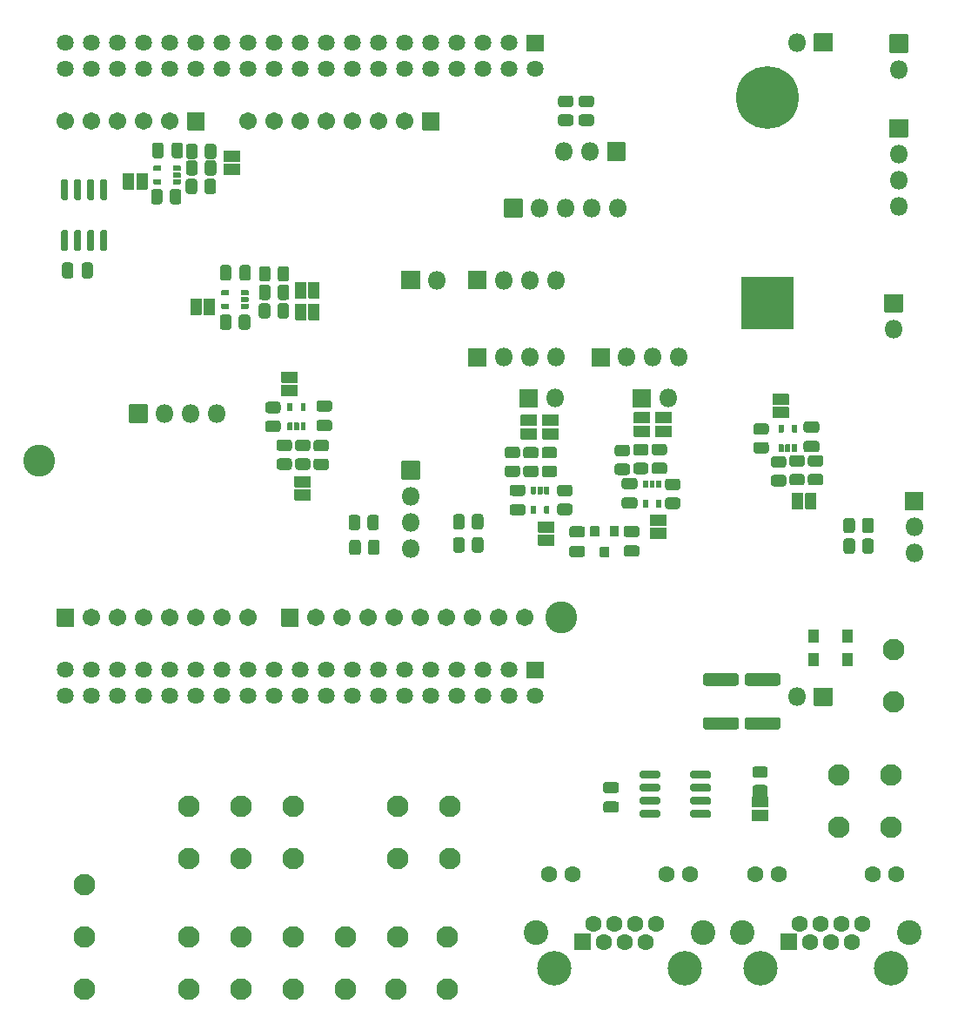
<source format=gbr>
%TF.GenerationSoftware,KiCad,Pcbnew,5.1.7-a382d34a8~88~ubuntu20.04.1*%
%TF.CreationDate,2021-04-08T15:18:28+02:00*%
%TF.ProjectId,Shield_Nucleo,53686965-6c64-45f4-9e75-636c656f2e6b,rev?*%
%TF.SameCoordinates,Original*%
%TF.FileFunction,Soldermask,Bot*%
%TF.FilePolarity,Negative*%
%FSLAX46Y46*%
G04 Gerber Fmt 4.6, Leading zero omitted, Abs format (unit mm)*
G04 Created by KiCad (PCBNEW 5.1.7-a382d34a8~88~ubuntu20.04.1) date 2021-04-08 15:18:28*
%MOMM*%
%LPD*%
G01*
G04 APERTURE LIST*
%ADD10C,2.100000*%
%ADD11C,1.600000*%
%ADD12C,2.400000*%
%ADD13C,3.350000*%
%ADD14O,1.800000X1.800000*%
%ADD15C,1.705000*%
%ADD16C,3.100000*%
%ADD17C,1.630000*%
%ADD18C,6.100000*%
G04 APERTURE END LIST*
%TO.C,U10*%
G36*
G01*
X95970000Y-78950000D02*
X96770000Y-78950000D01*
G75*
G02*
X96820000Y-79000000I0J-50000D01*
G01*
X96820000Y-79900000D01*
G75*
G02*
X96770000Y-79950000I-50000J0D01*
G01*
X95970000Y-79950000D01*
G75*
G02*
X95920000Y-79900000I0J50000D01*
G01*
X95920000Y-79000000D01*
G75*
G02*
X95970000Y-78950000I50000J0D01*
G01*
G37*
G36*
G01*
X96920000Y-76950000D02*
X97720000Y-76950000D01*
G75*
G02*
X97770000Y-77000000I0J-50000D01*
G01*
X97770000Y-77900000D01*
G75*
G02*
X97720000Y-77950000I-50000J0D01*
G01*
X96920000Y-77950000D01*
G75*
G02*
X96870000Y-77900000I0J50000D01*
G01*
X96870000Y-77000000D01*
G75*
G02*
X96920000Y-76950000I50000J0D01*
G01*
G37*
G36*
G01*
X95020000Y-76950000D02*
X95820000Y-76950000D01*
G75*
G02*
X95870000Y-77000000I0J-50000D01*
G01*
X95870000Y-77900000D01*
G75*
G02*
X95820000Y-77950000I-50000J0D01*
G01*
X95020000Y-77950000D01*
G75*
G02*
X94970000Y-77900000I0J50000D01*
G01*
X94970000Y-77000000D01*
G75*
G02*
X95020000Y-76950000I50000J0D01*
G01*
G37*
%TD*%
%TO.C,C10*%
G36*
G01*
X98500000Y-78800000D02*
X99500000Y-78800000D01*
G75*
G02*
X99775000Y-79075000I0J-275000D01*
G01*
X99775000Y-79625000D01*
G75*
G02*
X99500000Y-79900000I-275000J0D01*
G01*
X98500000Y-79900000D01*
G75*
G02*
X98225000Y-79625000I0J275000D01*
G01*
X98225000Y-79075000D01*
G75*
G02*
X98500000Y-78800000I275000J0D01*
G01*
G37*
G36*
G01*
X98500000Y-76900000D02*
X99500000Y-76900000D01*
G75*
G02*
X99775000Y-77175000I0J-275000D01*
G01*
X99775000Y-77725000D01*
G75*
G02*
X99500000Y-78000000I-275000J0D01*
G01*
X98500000Y-78000000D01*
G75*
G02*
X98225000Y-77725000I0J275000D01*
G01*
X98225000Y-77175000D01*
G75*
G02*
X98500000Y-76900000I275000J0D01*
G01*
G37*
%TD*%
%TO.C,C9*%
G36*
G01*
X93200000Y-78850000D02*
X94200000Y-78850000D01*
G75*
G02*
X94475000Y-79125000I0J-275000D01*
G01*
X94475000Y-79675000D01*
G75*
G02*
X94200000Y-79950000I-275000J0D01*
G01*
X93200000Y-79950000D01*
G75*
G02*
X92925000Y-79675000I0J275000D01*
G01*
X92925000Y-79125000D01*
G75*
G02*
X93200000Y-78850000I275000J0D01*
G01*
G37*
G36*
G01*
X93200000Y-76950000D02*
X94200000Y-76950000D01*
G75*
G02*
X94475000Y-77225000I0J-275000D01*
G01*
X94475000Y-77775000D01*
G75*
G02*
X94200000Y-78050000I-275000J0D01*
G01*
X93200000Y-78050000D01*
G75*
G02*
X92925000Y-77775000I0J275000D01*
G01*
X92925000Y-77225000D01*
G75*
G02*
X93200000Y-76950000I275000J0D01*
G01*
G37*
%TD*%
%TO.C,U9*%
G36*
G01*
X67250000Y-65725000D02*
X66850000Y-65725000D01*
G75*
G02*
X66800000Y-65675000I0J50000D01*
G01*
X66800000Y-65025000D01*
G75*
G02*
X66850000Y-64975000I50000J0D01*
G01*
X67250000Y-64975000D01*
G75*
G02*
X67300000Y-65025000I0J-50000D01*
G01*
X67300000Y-65675000D01*
G75*
G02*
X67250000Y-65725000I-50000J0D01*
G01*
G37*
G36*
G01*
X65950000Y-65725000D02*
X65550000Y-65725000D01*
G75*
G02*
X65500000Y-65675000I0J50000D01*
G01*
X65500000Y-65025000D01*
G75*
G02*
X65550000Y-64975000I50000J0D01*
G01*
X65950000Y-64975000D01*
G75*
G02*
X66000000Y-65025000I0J-50000D01*
G01*
X66000000Y-65675000D01*
G75*
G02*
X65950000Y-65725000I-50000J0D01*
G01*
G37*
G36*
G01*
X66600000Y-67625000D02*
X66200000Y-67625000D01*
G75*
G02*
X66150000Y-67575000I0J50000D01*
G01*
X66150000Y-66925000D01*
G75*
G02*
X66200000Y-66875000I50000J0D01*
G01*
X66600000Y-66875000D01*
G75*
G02*
X66650000Y-66925000I0J-50000D01*
G01*
X66650000Y-67575000D01*
G75*
G02*
X66600000Y-67625000I-50000J0D01*
G01*
G37*
G36*
G01*
X65950000Y-67625000D02*
X65550000Y-67625000D01*
G75*
G02*
X65500000Y-67575000I0J50000D01*
G01*
X65500000Y-66925000D01*
G75*
G02*
X65550000Y-66875000I50000J0D01*
G01*
X65950000Y-66875000D01*
G75*
G02*
X66000000Y-66925000I0J-50000D01*
G01*
X66000000Y-67575000D01*
G75*
G02*
X65950000Y-67625000I-50000J0D01*
G01*
G37*
G36*
G01*
X67250000Y-67625000D02*
X66850000Y-67625000D01*
G75*
G02*
X66800000Y-67575000I0J50000D01*
G01*
X66800000Y-66925000D01*
G75*
G02*
X66850000Y-66875000I50000J0D01*
G01*
X67250000Y-66875000D01*
G75*
G02*
X67300000Y-66925000I0J-50000D01*
G01*
X67300000Y-67575000D01*
G75*
G02*
X67250000Y-67625000I-50000J0D01*
G01*
G37*
%TD*%
%TO.C,U8*%
G36*
G01*
X115050000Y-67825000D02*
X114650000Y-67825000D01*
G75*
G02*
X114600000Y-67775000I0J50000D01*
G01*
X114600000Y-67125000D01*
G75*
G02*
X114650000Y-67075000I50000J0D01*
G01*
X115050000Y-67075000D01*
G75*
G02*
X115100000Y-67125000I0J-50000D01*
G01*
X115100000Y-67775000D01*
G75*
G02*
X115050000Y-67825000I-50000J0D01*
G01*
G37*
G36*
G01*
X113750000Y-67825000D02*
X113350000Y-67825000D01*
G75*
G02*
X113300000Y-67775000I0J50000D01*
G01*
X113300000Y-67125000D01*
G75*
G02*
X113350000Y-67075000I50000J0D01*
G01*
X113750000Y-67075000D01*
G75*
G02*
X113800000Y-67125000I0J-50000D01*
G01*
X113800000Y-67775000D01*
G75*
G02*
X113750000Y-67825000I-50000J0D01*
G01*
G37*
G36*
G01*
X114400000Y-69725000D02*
X114000000Y-69725000D01*
G75*
G02*
X113950000Y-69675000I0J50000D01*
G01*
X113950000Y-69025000D01*
G75*
G02*
X114000000Y-68975000I50000J0D01*
G01*
X114400000Y-68975000D01*
G75*
G02*
X114450000Y-69025000I0J-50000D01*
G01*
X114450000Y-69675000D01*
G75*
G02*
X114400000Y-69725000I-50000J0D01*
G01*
G37*
G36*
G01*
X113750000Y-69725000D02*
X113350000Y-69725000D01*
G75*
G02*
X113300000Y-69675000I0J50000D01*
G01*
X113300000Y-69025000D01*
G75*
G02*
X113350000Y-68975000I50000J0D01*
G01*
X113750000Y-68975000D01*
G75*
G02*
X113800000Y-69025000I0J-50000D01*
G01*
X113800000Y-69675000D01*
G75*
G02*
X113750000Y-69725000I-50000J0D01*
G01*
G37*
G36*
G01*
X115050000Y-69725000D02*
X114650000Y-69725000D01*
G75*
G02*
X114600000Y-69675000I0J50000D01*
G01*
X114600000Y-69025000D01*
G75*
G02*
X114650000Y-68975000I50000J0D01*
G01*
X115050000Y-68975000D01*
G75*
G02*
X115100000Y-69025000I0J-50000D01*
G01*
X115100000Y-69675000D01*
G75*
G02*
X115050000Y-69725000I-50000J0D01*
G01*
G37*
%TD*%
%TO.C,U7*%
G36*
G01*
X53225000Y-41950000D02*
X53225000Y-42350000D01*
G75*
G02*
X53175000Y-42400000I-50000J0D01*
G01*
X52525000Y-42400000D01*
G75*
G02*
X52475000Y-42350000I0J50000D01*
G01*
X52475000Y-41950000D01*
G75*
G02*
X52525000Y-41900000I50000J0D01*
G01*
X53175000Y-41900000D01*
G75*
G02*
X53225000Y-41950000I0J-50000D01*
G01*
G37*
G36*
G01*
X53225000Y-43250000D02*
X53225000Y-43650000D01*
G75*
G02*
X53175000Y-43700000I-50000J0D01*
G01*
X52525000Y-43700000D01*
G75*
G02*
X52475000Y-43650000I0J50000D01*
G01*
X52475000Y-43250000D01*
G75*
G02*
X52525000Y-43200000I50000J0D01*
G01*
X53175000Y-43200000D01*
G75*
G02*
X53225000Y-43250000I0J-50000D01*
G01*
G37*
G36*
G01*
X55125000Y-42600000D02*
X55125000Y-43000000D01*
G75*
G02*
X55075000Y-43050000I-50000J0D01*
G01*
X54425000Y-43050000D01*
G75*
G02*
X54375000Y-43000000I0J50000D01*
G01*
X54375000Y-42600000D01*
G75*
G02*
X54425000Y-42550000I50000J0D01*
G01*
X55075000Y-42550000D01*
G75*
G02*
X55125000Y-42600000I0J-50000D01*
G01*
G37*
G36*
G01*
X55125000Y-43250000D02*
X55125000Y-43650000D01*
G75*
G02*
X55075000Y-43700000I-50000J0D01*
G01*
X54425000Y-43700000D01*
G75*
G02*
X54375000Y-43650000I0J50000D01*
G01*
X54375000Y-43250000D01*
G75*
G02*
X54425000Y-43200000I50000J0D01*
G01*
X55075000Y-43200000D01*
G75*
G02*
X55125000Y-43250000I0J-50000D01*
G01*
G37*
G36*
G01*
X55125000Y-41950000D02*
X55125000Y-42350000D01*
G75*
G02*
X55075000Y-42400000I-50000J0D01*
G01*
X54425000Y-42400000D01*
G75*
G02*
X54375000Y-42350000I0J50000D01*
G01*
X54375000Y-41950000D01*
G75*
G02*
X54425000Y-41900000I50000J0D01*
G01*
X55075000Y-41900000D01*
G75*
G02*
X55125000Y-41950000I0J-50000D01*
G01*
G37*
%TD*%
%TO.C,U6*%
G36*
G01*
X89250000Y-74975000D02*
X89650000Y-74975000D01*
G75*
G02*
X89700000Y-75025000I0J-50000D01*
G01*
X89700000Y-75675000D01*
G75*
G02*
X89650000Y-75725000I-50000J0D01*
G01*
X89250000Y-75725000D01*
G75*
G02*
X89200000Y-75675000I0J50000D01*
G01*
X89200000Y-75025000D01*
G75*
G02*
X89250000Y-74975000I50000J0D01*
G01*
G37*
G36*
G01*
X90550000Y-74975000D02*
X90950000Y-74975000D01*
G75*
G02*
X91000000Y-75025000I0J-50000D01*
G01*
X91000000Y-75675000D01*
G75*
G02*
X90950000Y-75725000I-50000J0D01*
G01*
X90550000Y-75725000D01*
G75*
G02*
X90500000Y-75675000I0J50000D01*
G01*
X90500000Y-75025000D01*
G75*
G02*
X90550000Y-74975000I50000J0D01*
G01*
G37*
G36*
G01*
X89900000Y-73075000D02*
X90300000Y-73075000D01*
G75*
G02*
X90350000Y-73125000I0J-50000D01*
G01*
X90350000Y-73775000D01*
G75*
G02*
X90300000Y-73825000I-50000J0D01*
G01*
X89900000Y-73825000D01*
G75*
G02*
X89850000Y-73775000I0J50000D01*
G01*
X89850000Y-73125000D01*
G75*
G02*
X89900000Y-73075000I50000J0D01*
G01*
G37*
G36*
G01*
X90550000Y-73075000D02*
X90950000Y-73075000D01*
G75*
G02*
X91000000Y-73125000I0J-50000D01*
G01*
X91000000Y-73775000D01*
G75*
G02*
X90950000Y-73825000I-50000J0D01*
G01*
X90550000Y-73825000D01*
G75*
G02*
X90500000Y-73775000I0J50000D01*
G01*
X90500000Y-73125000D01*
G75*
G02*
X90550000Y-73075000I50000J0D01*
G01*
G37*
G36*
G01*
X89250000Y-73075000D02*
X89650000Y-73075000D01*
G75*
G02*
X89700000Y-73125000I0J-50000D01*
G01*
X89700000Y-73775000D01*
G75*
G02*
X89650000Y-73825000I-50000J0D01*
G01*
X89250000Y-73825000D01*
G75*
G02*
X89200000Y-73775000I0J50000D01*
G01*
X89200000Y-73125000D01*
G75*
G02*
X89250000Y-73075000I50000J0D01*
G01*
G37*
%TD*%
%TO.C,U5*%
G36*
G01*
X100150000Y-74375000D02*
X100550000Y-74375000D01*
G75*
G02*
X100600000Y-74425000I0J-50000D01*
G01*
X100600000Y-75075000D01*
G75*
G02*
X100550000Y-75125000I-50000J0D01*
G01*
X100150000Y-75125000D01*
G75*
G02*
X100100000Y-75075000I0J50000D01*
G01*
X100100000Y-74425000D01*
G75*
G02*
X100150000Y-74375000I50000J0D01*
G01*
G37*
G36*
G01*
X101450000Y-74375000D02*
X101850000Y-74375000D01*
G75*
G02*
X101900000Y-74425000I0J-50000D01*
G01*
X101900000Y-75075000D01*
G75*
G02*
X101850000Y-75125000I-50000J0D01*
G01*
X101450000Y-75125000D01*
G75*
G02*
X101400000Y-75075000I0J50000D01*
G01*
X101400000Y-74425000D01*
G75*
G02*
X101450000Y-74375000I50000J0D01*
G01*
G37*
G36*
G01*
X100800000Y-72475000D02*
X101200000Y-72475000D01*
G75*
G02*
X101250000Y-72525000I0J-50000D01*
G01*
X101250000Y-73175000D01*
G75*
G02*
X101200000Y-73225000I-50000J0D01*
G01*
X100800000Y-73225000D01*
G75*
G02*
X100750000Y-73175000I0J50000D01*
G01*
X100750000Y-72525000D01*
G75*
G02*
X100800000Y-72475000I50000J0D01*
G01*
G37*
G36*
G01*
X101450000Y-72475000D02*
X101850000Y-72475000D01*
G75*
G02*
X101900000Y-72525000I0J-50000D01*
G01*
X101900000Y-73175000D01*
G75*
G02*
X101850000Y-73225000I-50000J0D01*
G01*
X101450000Y-73225000D01*
G75*
G02*
X101400000Y-73175000I0J50000D01*
G01*
X101400000Y-72525000D01*
G75*
G02*
X101450000Y-72475000I50000J0D01*
G01*
G37*
G36*
G01*
X100150000Y-72475000D02*
X100550000Y-72475000D01*
G75*
G02*
X100600000Y-72525000I0J-50000D01*
G01*
X100600000Y-73175000D01*
G75*
G02*
X100550000Y-73225000I-50000J0D01*
G01*
X100150000Y-73225000D01*
G75*
G02*
X100100000Y-73175000I0J50000D01*
G01*
X100100000Y-72525000D01*
G75*
G02*
X100150000Y-72475000I50000J0D01*
G01*
G37*
%TD*%
%TO.C,U4*%
G36*
G01*
X59825000Y-54050000D02*
X59825000Y-54450000D01*
G75*
G02*
X59775000Y-54500000I-50000J0D01*
G01*
X59125000Y-54500000D01*
G75*
G02*
X59075000Y-54450000I0J50000D01*
G01*
X59075000Y-54050000D01*
G75*
G02*
X59125000Y-54000000I50000J0D01*
G01*
X59775000Y-54000000D01*
G75*
G02*
X59825000Y-54050000I0J-50000D01*
G01*
G37*
G36*
G01*
X59825000Y-55350000D02*
X59825000Y-55750000D01*
G75*
G02*
X59775000Y-55800000I-50000J0D01*
G01*
X59125000Y-55800000D01*
G75*
G02*
X59075000Y-55750000I0J50000D01*
G01*
X59075000Y-55350000D01*
G75*
G02*
X59125000Y-55300000I50000J0D01*
G01*
X59775000Y-55300000D01*
G75*
G02*
X59825000Y-55350000I0J-50000D01*
G01*
G37*
G36*
G01*
X61725000Y-54700000D02*
X61725000Y-55100000D01*
G75*
G02*
X61675000Y-55150000I-50000J0D01*
G01*
X61025000Y-55150000D01*
G75*
G02*
X60975000Y-55100000I0J50000D01*
G01*
X60975000Y-54700000D01*
G75*
G02*
X61025000Y-54650000I50000J0D01*
G01*
X61675000Y-54650000D01*
G75*
G02*
X61725000Y-54700000I0J-50000D01*
G01*
G37*
G36*
G01*
X61725000Y-55350000D02*
X61725000Y-55750000D01*
G75*
G02*
X61675000Y-55800000I-50000J0D01*
G01*
X61025000Y-55800000D01*
G75*
G02*
X60975000Y-55750000I0J50000D01*
G01*
X60975000Y-55350000D01*
G75*
G02*
X61025000Y-55300000I50000J0D01*
G01*
X61675000Y-55300000D01*
G75*
G02*
X61725000Y-55350000I0J-50000D01*
G01*
G37*
G36*
G01*
X61725000Y-54050000D02*
X61725000Y-54450000D01*
G75*
G02*
X61675000Y-54500000I-50000J0D01*
G01*
X61025000Y-54500000D01*
G75*
G02*
X60975000Y-54450000I0J50000D01*
G01*
X60975000Y-54050000D01*
G75*
G02*
X61025000Y-54000000I50000J0D01*
G01*
X61675000Y-54000000D01*
G75*
G02*
X61725000Y-54050000I0J-50000D01*
G01*
G37*
%TD*%
%TO.C,R37*%
G36*
G01*
X64575611Y-65962500D02*
X63624389Y-65962500D01*
G75*
G02*
X63350000Y-65688111I0J274389D01*
G01*
X63350000Y-65111889D01*
G75*
G02*
X63624389Y-64837500I274389J0D01*
G01*
X64575611Y-64837500D01*
G75*
G02*
X64850000Y-65111889I0J-274389D01*
G01*
X64850000Y-65688111D01*
G75*
G02*
X64575611Y-65962500I-274389J0D01*
G01*
G37*
G36*
G01*
X64575611Y-67787500D02*
X63624389Y-67787500D01*
G75*
G02*
X63350000Y-67513111I0J274389D01*
G01*
X63350000Y-66936889D01*
G75*
G02*
X63624389Y-66662500I274389J0D01*
G01*
X64575611Y-66662500D01*
G75*
G02*
X64850000Y-66936889I0J-274389D01*
G01*
X64850000Y-67513111D01*
G75*
G02*
X64575611Y-67787500I-274389J0D01*
G01*
G37*
%TD*%
%TO.C,R36*%
G36*
G01*
X112075611Y-68050000D02*
X111124389Y-68050000D01*
G75*
G02*
X110850000Y-67775611I0J274389D01*
G01*
X110850000Y-67199389D01*
G75*
G02*
X111124389Y-66925000I274389J0D01*
G01*
X112075611Y-66925000D01*
G75*
G02*
X112350000Y-67199389I0J-274389D01*
G01*
X112350000Y-67775611D01*
G75*
G02*
X112075611Y-68050000I-274389J0D01*
G01*
G37*
G36*
G01*
X112075611Y-69875000D02*
X111124389Y-69875000D01*
G75*
G02*
X110850000Y-69600611I0J274389D01*
G01*
X110850000Y-69024389D01*
G75*
G02*
X111124389Y-68750000I274389J0D01*
G01*
X112075611Y-68750000D01*
G75*
G02*
X112350000Y-69024389I0J-274389D01*
G01*
X112350000Y-69600611D01*
G75*
G02*
X112075611Y-69875000I-274389J0D01*
G01*
G37*
%TD*%
%TO.C,R35*%
G36*
G01*
X53362500Y-44424389D02*
X53362500Y-45375611D01*
G75*
G02*
X53088111Y-45650000I-274389J0D01*
G01*
X52511889Y-45650000D01*
G75*
G02*
X52237500Y-45375611I0J274389D01*
G01*
X52237500Y-44424389D01*
G75*
G02*
X52511889Y-44150000I274389J0D01*
G01*
X53088111Y-44150000D01*
G75*
G02*
X53362500Y-44424389I0J-274389D01*
G01*
G37*
G36*
G01*
X55187500Y-44424389D02*
X55187500Y-45375611D01*
G75*
G02*
X54913111Y-45650000I-274389J0D01*
G01*
X54336889Y-45650000D01*
G75*
G02*
X54062500Y-45375611I0J274389D01*
G01*
X54062500Y-44424389D01*
G75*
G02*
X54336889Y-44150000I274389J0D01*
G01*
X54913111Y-44150000D01*
G75*
G02*
X55187500Y-44424389I0J-274389D01*
G01*
G37*
%TD*%
%TO.C,R34*%
G36*
G01*
X69275611Y-69662500D02*
X68324389Y-69662500D01*
G75*
G02*
X68050000Y-69388111I0J274389D01*
G01*
X68050000Y-68811889D01*
G75*
G02*
X68324389Y-68537500I274389J0D01*
G01*
X69275611Y-68537500D01*
G75*
G02*
X69550000Y-68811889I0J-274389D01*
G01*
X69550000Y-69388111D01*
G75*
G02*
X69275611Y-69662500I-274389J0D01*
G01*
G37*
G36*
G01*
X69275611Y-71487500D02*
X68324389Y-71487500D01*
G75*
G02*
X68050000Y-71213111I0J274389D01*
G01*
X68050000Y-70636889D01*
G75*
G02*
X68324389Y-70362500I274389J0D01*
G01*
X69275611Y-70362500D01*
G75*
G02*
X69550000Y-70636889I0J-274389D01*
G01*
X69550000Y-71213111D01*
G75*
G02*
X69275611Y-71487500I-274389J0D01*
G01*
G37*
%TD*%
%TO.C,R33*%
G36*
G01*
X117375611Y-71150000D02*
X116424389Y-71150000D01*
G75*
G02*
X116150000Y-70875611I0J274389D01*
G01*
X116150000Y-70299389D01*
G75*
G02*
X116424389Y-70025000I274389J0D01*
G01*
X117375611Y-70025000D01*
G75*
G02*
X117650000Y-70299389I0J-274389D01*
G01*
X117650000Y-70875611D01*
G75*
G02*
X117375611Y-71150000I-274389J0D01*
G01*
G37*
G36*
G01*
X117375611Y-72975000D02*
X116424389Y-72975000D01*
G75*
G02*
X116150000Y-72700611I0J274389D01*
G01*
X116150000Y-72124389D01*
G75*
G02*
X116424389Y-71850000I274389J0D01*
G01*
X117375611Y-71850000D01*
G75*
G02*
X117650000Y-72124389I0J-274389D01*
G01*
X117650000Y-72700611D01*
G75*
G02*
X117375611Y-72975000I-274389J0D01*
G01*
G37*
%TD*%
%TO.C,R32*%
G36*
G01*
X56762500Y-40024389D02*
X56762500Y-40975611D01*
G75*
G02*
X56488111Y-41250000I-274389J0D01*
G01*
X55911889Y-41250000D01*
G75*
G02*
X55637500Y-40975611I0J274389D01*
G01*
X55637500Y-40024389D01*
G75*
G02*
X55911889Y-39750000I274389J0D01*
G01*
X56488111Y-39750000D01*
G75*
G02*
X56762500Y-40024389I0J-274389D01*
G01*
G37*
G36*
G01*
X58587500Y-40024389D02*
X58587500Y-40975611D01*
G75*
G02*
X58313111Y-41250000I-274389J0D01*
G01*
X57736889Y-41250000D01*
G75*
G02*
X57462500Y-40975611I0J274389D01*
G01*
X57462500Y-40024389D01*
G75*
G02*
X57736889Y-39750000I274389J0D01*
G01*
X58313111Y-39750000D01*
G75*
G02*
X58587500Y-40024389I0J-274389D01*
G01*
G37*
%TD*%
%TO.C,R31*%
G36*
G01*
X64724389Y-70337500D02*
X65675611Y-70337500D01*
G75*
G02*
X65950000Y-70611889I0J-274389D01*
G01*
X65950000Y-71188111D01*
G75*
G02*
X65675611Y-71462500I-274389J0D01*
G01*
X64724389Y-71462500D01*
G75*
G02*
X64450000Y-71188111I0J274389D01*
G01*
X64450000Y-70611889D01*
G75*
G02*
X64724389Y-70337500I274389J0D01*
G01*
G37*
G36*
G01*
X64724389Y-68512500D02*
X65675611Y-68512500D01*
G75*
G02*
X65950000Y-68786889I0J-274389D01*
G01*
X65950000Y-69363111D01*
G75*
G02*
X65675611Y-69637500I-274389J0D01*
G01*
X64724389Y-69637500D01*
G75*
G02*
X64450000Y-69363111I0J274389D01*
G01*
X64450000Y-68786889D01*
G75*
G02*
X64724389Y-68512500I274389J0D01*
G01*
G37*
%TD*%
%TO.C,R30*%
G36*
G01*
X66524389Y-70337500D02*
X67475611Y-70337500D01*
G75*
G02*
X67750000Y-70611889I0J-274389D01*
G01*
X67750000Y-71188111D01*
G75*
G02*
X67475611Y-71462500I-274389J0D01*
G01*
X66524389Y-71462500D01*
G75*
G02*
X66250000Y-71188111I0J274389D01*
G01*
X66250000Y-70611889D01*
G75*
G02*
X66524389Y-70337500I274389J0D01*
G01*
G37*
G36*
G01*
X66524389Y-68512500D02*
X67475611Y-68512500D01*
G75*
G02*
X67750000Y-68786889I0J-274389D01*
G01*
X67750000Y-69363111D01*
G75*
G02*
X67475611Y-69637500I-274389J0D01*
G01*
X66524389Y-69637500D01*
G75*
G02*
X66250000Y-69363111I0J274389D01*
G01*
X66250000Y-68786889D01*
G75*
G02*
X66524389Y-68512500I274389J0D01*
G01*
G37*
%TD*%
%TO.C,R29*%
G36*
G01*
X112824389Y-71950000D02*
X113775611Y-71950000D01*
G75*
G02*
X114050000Y-72224389I0J-274389D01*
G01*
X114050000Y-72800611D01*
G75*
G02*
X113775611Y-73075000I-274389J0D01*
G01*
X112824389Y-73075000D01*
G75*
G02*
X112550000Y-72800611I0J274389D01*
G01*
X112550000Y-72224389D01*
G75*
G02*
X112824389Y-71950000I274389J0D01*
G01*
G37*
G36*
G01*
X112824389Y-70125000D02*
X113775611Y-70125000D01*
G75*
G02*
X114050000Y-70399389I0J-274389D01*
G01*
X114050000Y-70975611D01*
G75*
G02*
X113775611Y-71250000I-274389J0D01*
G01*
X112824389Y-71250000D01*
G75*
G02*
X112550000Y-70975611I0J274389D01*
G01*
X112550000Y-70399389D01*
G75*
G02*
X112824389Y-70125000I274389J0D01*
G01*
G37*
%TD*%
%TO.C,R28*%
G36*
G01*
X114624389Y-71850000D02*
X115575611Y-71850000D01*
G75*
G02*
X115850000Y-72124389I0J-274389D01*
G01*
X115850000Y-72700611D01*
G75*
G02*
X115575611Y-72975000I-274389J0D01*
G01*
X114624389Y-72975000D01*
G75*
G02*
X114350000Y-72700611I0J274389D01*
G01*
X114350000Y-72124389D01*
G75*
G02*
X114624389Y-71850000I274389J0D01*
G01*
G37*
G36*
G01*
X114624389Y-70025000D02*
X115575611Y-70025000D01*
G75*
G02*
X115850000Y-70299389I0J-274389D01*
G01*
X115850000Y-70875611D01*
G75*
G02*
X115575611Y-71150000I-274389J0D01*
G01*
X114624389Y-71150000D01*
G75*
G02*
X114350000Y-70875611I0J274389D01*
G01*
X114350000Y-70299389D01*
G75*
G02*
X114624389Y-70025000I274389J0D01*
G01*
G37*
%TD*%
%TO.C,R27*%
G36*
G01*
X57437500Y-44375611D02*
X57437500Y-43424389D01*
G75*
G02*
X57711889Y-43150000I274389J0D01*
G01*
X58288111Y-43150000D01*
G75*
G02*
X58562500Y-43424389I0J-274389D01*
G01*
X58562500Y-44375611D01*
G75*
G02*
X58288111Y-44650000I-274389J0D01*
G01*
X57711889Y-44650000D01*
G75*
G02*
X57437500Y-44375611I0J274389D01*
G01*
G37*
G36*
G01*
X55612500Y-44375611D02*
X55612500Y-43424389D01*
G75*
G02*
X55886889Y-43150000I274389J0D01*
G01*
X56463111Y-43150000D01*
G75*
G02*
X56737500Y-43424389I0J-274389D01*
G01*
X56737500Y-44375611D01*
G75*
G02*
X56463111Y-44650000I-274389J0D01*
G01*
X55886889Y-44650000D01*
G75*
G02*
X55612500Y-44375611I0J274389D01*
G01*
G37*
%TD*%
%TO.C,R26*%
G36*
G01*
X57462500Y-42575611D02*
X57462500Y-41624389D01*
G75*
G02*
X57736889Y-41350000I274389J0D01*
G01*
X58313111Y-41350000D01*
G75*
G02*
X58587500Y-41624389I0J-274389D01*
G01*
X58587500Y-42575611D01*
G75*
G02*
X58313111Y-42850000I-274389J0D01*
G01*
X57736889Y-42850000D01*
G75*
G02*
X57462500Y-42575611I0J274389D01*
G01*
G37*
G36*
G01*
X55637500Y-42575611D02*
X55637500Y-41624389D01*
G75*
G02*
X55911889Y-41350000I274389J0D01*
G01*
X56488111Y-41350000D01*
G75*
G02*
X56762500Y-41624389I0J-274389D01*
G01*
X56762500Y-42575611D01*
G75*
G02*
X56488111Y-42850000I-274389J0D01*
G01*
X55911889Y-42850000D01*
G75*
G02*
X55637500Y-42575611I0J274389D01*
G01*
G37*
%TD*%
%TO.C,R25*%
G36*
G01*
X92024389Y-74737500D02*
X92975611Y-74737500D01*
G75*
G02*
X93250000Y-75011889I0J-274389D01*
G01*
X93250000Y-75588111D01*
G75*
G02*
X92975611Y-75862500I-274389J0D01*
G01*
X92024389Y-75862500D01*
G75*
G02*
X91750000Y-75588111I0J274389D01*
G01*
X91750000Y-75011889D01*
G75*
G02*
X92024389Y-74737500I274389J0D01*
G01*
G37*
G36*
G01*
X92024389Y-72912500D02*
X92975611Y-72912500D01*
G75*
G02*
X93250000Y-73186889I0J-274389D01*
G01*
X93250000Y-73763111D01*
G75*
G02*
X92975611Y-74037500I-274389J0D01*
G01*
X92024389Y-74037500D01*
G75*
G02*
X91750000Y-73763111I0J274389D01*
G01*
X91750000Y-73186889D01*
G75*
G02*
X92024389Y-72912500I274389J0D01*
G01*
G37*
%TD*%
%TO.C,R24*%
G36*
G01*
X102524389Y-74137500D02*
X103475611Y-74137500D01*
G75*
G02*
X103750000Y-74411889I0J-274389D01*
G01*
X103750000Y-74988111D01*
G75*
G02*
X103475611Y-75262500I-274389J0D01*
G01*
X102524389Y-75262500D01*
G75*
G02*
X102250000Y-74988111I0J274389D01*
G01*
X102250000Y-74411889D01*
G75*
G02*
X102524389Y-74137500I274389J0D01*
G01*
G37*
G36*
G01*
X102524389Y-72312500D02*
X103475611Y-72312500D01*
G75*
G02*
X103750000Y-72586889I0J-274389D01*
G01*
X103750000Y-73163111D01*
G75*
G02*
X103475611Y-73437500I-274389J0D01*
G01*
X102524389Y-73437500D01*
G75*
G02*
X102250000Y-73163111I0J274389D01*
G01*
X102250000Y-72586889D01*
G75*
G02*
X102524389Y-72312500I274389J0D01*
G01*
G37*
%TD*%
%TO.C,R23*%
G36*
G01*
X60062500Y-56624389D02*
X60062500Y-57575611D01*
G75*
G02*
X59788111Y-57850000I-274389J0D01*
G01*
X59211889Y-57850000D01*
G75*
G02*
X58937500Y-57575611I0J274389D01*
G01*
X58937500Y-56624389D01*
G75*
G02*
X59211889Y-56350000I274389J0D01*
G01*
X59788111Y-56350000D01*
G75*
G02*
X60062500Y-56624389I0J-274389D01*
G01*
G37*
G36*
G01*
X61887500Y-56624389D02*
X61887500Y-57575611D01*
G75*
G02*
X61613111Y-57850000I-274389J0D01*
G01*
X61036889Y-57850000D01*
G75*
G02*
X60762500Y-57575611I0J274389D01*
G01*
X60762500Y-56624389D01*
G75*
G02*
X61036889Y-56350000I274389J0D01*
G01*
X61613111Y-56350000D01*
G75*
G02*
X61887500Y-56624389I0J-274389D01*
G01*
G37*
%TD*%
%TO.C,R22*%
G36*
G01*
X86924389Y-71037500D02*
X87875611Y-71037500D01*
G75*
G02*
X88150000Y-71311889I0J-274389D01*
G01*
X88150000Y-71888111D01*
G75*
G02*
X87875611Y-72162500I-274389J0D01*
G01*
X86924389Y-72162500D01*
G75*
G02*
X86650000Y-71888111I0J274389D01*
G01*
X86650000Y-71311889D01*
G75*
G02*
X86924389Y-71037500I274389J0D01*
G01*
G37*
G36*
G01*
X86924389Y-69212500D02*
X87875611Y-69212500D01*
G75*
G02*
X88150000Y-69486889I0J-274389D01*
G01*
X88150000Y-70063111D01*
G75*
G02*
X87875611Y-70337500I-274389J0D01*
G01*
X86924389Y-70337500D01*
G75*
G02*
X86650000Y-70063111I0J274389D01*
G01*
X86650000Y-69486889D01*
G75*
G02*
X86924389Y-69212500I274389J0D01*
G01*
G37*
%TD*%
%TO.C,R21*%
G36*
G01*
X97624389Y-70837500D02*
X98575611Y-70837500D01*
G75*
G02*
X98850000Y-71111889I0J-274389D01*
G01*
X98850000Y-71688111D01*
G75*
G02*
X98575611Y-71962500I-274389J0D01*
G01*
X97624389Y-71962500D01*
G75*
G02*
X97350000Y-71688111I0J274389D01*
G01*
X97350000Y-71111889D01*
G75*
G02*
X97624389Y-70837500I274389J0D01*
G01*
G37*
G36*
G01*
X97624389Y-69012500D02*
X98575611Y-69012500D01*
G75*
G02*
X98850000Y-69286889I0J-274389D01*
G01*
X98850000Y-69863111D01*
G75*
G02*
X98575611Y-70137500I-274389J0D01*
G01*
X97624389Y-70137500D01*
G75*
G02*
X97350000Y-69863111I0J274389D01*
G01*
X97350000Y-69286889D01*
G75*
G02*
X97624389Y-69012500I274389J0D01*
G01*
G37*
%TD*%
%TO.C,R20*%
G36*
G01*
X63862500Y-51924389D02*
X63862500Y-52875611D01*
G75*
G02*
X63588111Y-53150000I-274389J0D01*
G01*
X63011889Y-53150000D01*
G75*
G02*
X62737500Y-52875611I0J274389D01*
G01*
X62737500Y-51924389D01*
G75*
G02*
X63011889Y-51650000I274389J0D01*
G01*
X63588111Y-51650000D01*
G75*
G02*
X63862500Y-51924389I0J-274389D01*
G01*
G37*
G36*
G01*
X65687500Y-51924389D02*
X65687500Y-52875611D01*
G75*
G02*
X65413111Y-53150000I-274389J0D01*
G01*
X64836889Y-53150000D01*
G75*
G02*
X64562500Y-52875611I0J274389D01*
G01*
X64562500Y-51924389D01*
G75*
G02*
X64836889Y-51650000I274389J0D01*
G01*
X65413111Y-51650000D01*
G75*
G02*
X65687500Y-51924389I0J-274389D01*
G01*
G37*
%TD*%
%TO.C,R19*%
G36*
G01*
X91475611Y-70350000D02*
X90524389Y-70350000D01*
G75*
G02*
X90250000Y-70075611I0J274389D01*
G01*
X90250000Y-69499389D01*
G75*
G02*
X90524389Y-69225000I274389J0D01*
G01*
X91475611Y-69225000D01*
G75*
G02*
X91750000Y-69499389I0J-274389D01*
G01*
X91750000Y-70075611D01*
G75*
G02*
X91475611Y-70350000I-274389J0D01*
G01*
G37*
G36*
G01*
X91475611Y-72175000D02*
X90524389Y-72175000D01*
G75*
G02*
X90250000Y-71900611I0J274389D01*
G01*
X90250000Y-71324389D01*
G75*
G02*
X90524389Y-71050000I274389J0D01*
G01*
X91475611Y-71050000D01*
G75*
G02*
X91750000Y-71324389I0J-274389D01*
G01*
X91750000Y-71900611D01*
G75*
G02*
X91475611Y-72175000I-274389J0D01*
G01*
G37*
%TD*%
%TO.C,R18*%
G36*
G01*
X89675611Y-70350000D02*
X88724389Y-70350000D01*
G75*
G02*
X88450000Y-70075611I0J274389D01*
G01*
X88450000Y-69499389D01*
G75*
G02*
X88724389Y-69225000I274389J0D01*
G01*
X89675611Y-69225000D01*
G75*
G02*
X89950000Y-69499389I0J-274389D01*
G01*
X89950000Y-70075611D01*
G75*
G02*
X89675611Y-70350000I-274389J0D01*
G01*
G37*
G36*
G01*
X89675611Y-72175000D02*
X88724389Y-72175000D01*
G75*
G02*
X88450000Y-71900611I0J274389D01*
G01*
X88450000Y-71324389D01*
G75*
G02*
X88724389Y-71050000I274389J0D01*
G01*
X89675611Y-71050000D01*
G75*
G02*
X89950000Y-71324389I0J-274389D01*
G01*
X89950000Y-71900611D01*
G75*
G02*
X89675611Y-72175000I-274389J0D01*
G01*
G37*
%TD*%
%TO.C,R17*%
G36*
G01*
X102175611Y-70050000D02*
X101224389Y-70050000D01*
G75*
G02*
X100950000Y-69775611I0J274389D01*
G01*
X100950000Y-69199389D01*
G75*
G02*
X101224389Y-68925000I274389J0D01*
G01*
X102175611Y-68925000D01*
G75*
G02*
X102450000Y-69199389I0J-274389D01*
G01*
X102450000Y-69775611D01*
G75*
G02*
X102175611Y-70050000I-274389J0D01*
G01*
G37*
G36*
G01*
X102175611Y-71875000D02*
X101224389Y-71875000D01*
G75*
G02*
X100950000Y-71600611I0J274389D01*
G01*
X100950000Y-71024389D01*
G75*
G02*
X101224389Y-70750000I274389J0D01*
G01*
X102175611Y-70750000D01*
G75*
G02*
X102450000Y-71024389I0J-274389D01*
G01*
X102450000Y-71600611D01*
G75*
G02*
X102175611Y-71875000I-274389J0D01*
G01*
G37*
%TD*%
%TO.C,R16*%
G36*
G01*
X100375611Y-70062500D02*
X99424389Y-70062500D01*
G75*
G02*
X99150000Y-69788111I0J274389D01*
G01*
X99150000Y-69211889D01*
G75*
G02*
X99424389Y-68937500I274389J0D01*
G01*
X100375611Y-68937500D01*
G75*
G02*
X100650000Y-69211889I0J-274389D01*
G01*
X100650000Y-69788111D01*
G75*
G02*
X100375611Y-70062500I-274389J0D01*
G01*
G37*
G36*
G01*
X100375611Y-71887500D02*
X99424389Y-71887500D01*
G75*
G02*
X99150000Y-71613111I0J274389D01*
G01*
X99150000Y-71036889D01*
G75*
G02*
X99424389Y-70762500I274389J0D01*
G01*
X100375611Y-70762500D01*
G75*
G02*
X100650000Y-71036889I0J-274389D01*
G01*
X100650000Y-71613111D01*
G75*
G02*
X100375611Y-71887500I-274389J0D01*
G01*
G37*
%TD*%
%TO.C,R15*%
G36*
G01*
X64537500Y-56475611D02*
X64537500Y-55524389D01*
G75*
G02*
X64811889Y-55250000I274389J0D01*
G01*
X65388111Y-55250000D01*
G75*
G02*
X65662500Y-55524389I0J-274389D01*
G01*
X65662500Y-56475611D01*
G75*
G02*
X65388111Y-56750000I-274389J0D01*
G01*
X64811889Y-56750000D01*
G75*
G02*
X64537500Y-56475611I0J274389D01*
G01*
G37*
G36*
G01*
X62712500Y-56475611D02*
X62712500Y-55524389D01*
G75*
G02*
X62986889Y-55250000I274389J0D01*
G01*
X63563111Y-55250000D01*
G75*
G02*
X63837500Y-55524389I0J-274389D01*
G01*
X63837500Y-56475611D01*
G75*
G02*
X63563111Y-56750000I-274389J0D01*
G01*
X62986889Y-56750000D01*
G75*
G02*
X62712500Y-56475611I0J274389D01*
G01*
G37*
%TD*%
%TO.C,R14*%
G36*
G01*
X64562500Y-54675611D02*
X64562500Y-53724389D01*
G75*
G02*
X64836889Y-53450000I274389J0D01*
G01*
X65413111Y-53450000D01*
G75*
G02*
X65687500Y-53724389I0J-274389D01*
G01*
X65687500Y-54675611D01*
G75*
G02*
X65413111Y-54950000I-274389J0D01*
G01*
X64836889Y-54950000D01*
G75*
G02*
X64562500Y-54675611I0J274389D01*
G01*
G37*
G36*
G01*
X62737500Y-54675611D02*
X62737500Y-53724389D01*
G75*
G02*
X63011889Y-53450000I274389J0D01*
G01*
X63588111Y-53450000D01*
G75*
G02*
X63862500Y-53724389I0J-274389D01*
G01*
X63862500Y-54675611D01*
G75*
G02*
X63588111Y-54950000I-274389J0D01*
G01*
X63011889Y-54950000D01*
G75*
G02*
X62737500Y-54675611I0J274389D01*
G01*
G37*
%TD*%
%TO.C,JP23*%
G36*
G01*
X112750000Y-64050000D02*
X114250000Y-64050000D01*
G75*
G02*
X114300000Y-64100000I0J-50000D01*
G01*
X114300000Y-65100000D01*
G75*
G02*
X114250000Y-65150000I-50000J0D01*
G01*
X112750000Y-65150000D01*
G75*
G02*
X112700000Y-65100000I0J50000D01*
G01*
X112700000Y-64100000D01*
G75*
G02*
X112750000Y-64050000I50000J0D01*
G01*
G37*
G36*
G01*
X112750000Y-65350000D02*
X114250000Y-65350000D01*
G75*
G02*
X114300000Y-65400000I0J-50000D01*
G01*
X114300000Y-66400000D01*
G75*
G02*
X114250000Y-66450000I-50000J0D01*
G01*
X112750000Y-66450000D01*
G75*
G02*
X112700000Y-66400000I0J50000D01*
G01*
X112700000Y-65400000D01*
G75*
G02*
X112750000Y-65350000I50000J0D01*
G01*
G37*
%TD*%
%TO.C,JP22*%
G36*
G01*
X64950000Y-61900000D02*
X66450000Y-61900000D01*
G75*
G02*
X66500000Y-61950000I0J-50000D01*
G01*
X66500000Y-62950000D01*
G75*
G02*
X66450000Y-63000000I-50000J0D01*
G01*
X64950000Y-63000000D01*
G75*
G02*
X64900000Y-62950000I0J50000D01*
G01*
X64900000Y-61950000D01*
G75*
G02*
X64950000Y-61900000I50000J0D01*
G01*
G37*
G36*
G01*
X64950000Y-63200000D02*
X66450000Y-63200000D01*
G75*
G02*
X66500000Y-63250000I0J-50000D01*
G01*
X66500000Y-64250000D01*
G75*
G02*
X66450000Y-64300000I-50000J0D01*
G01*
X64950000Y-64300000D01*
G75*
G02*
X64900000Y-64250000I0J50000D01*
G01*
X64900000Y-63250000D01*
G75*
G02*
X64950000Y-63200000I50000J0D01*
G01*
G37*
%TD*%
%TO.C,JP21*%
G36*
G01*
X49500000Y-44150000D02*
X49500000Y-42650000D01*
G75*
G02*
X49550000Y-42600000I50000J0D01*
G01*
X50550000Y-42600000D01*
G75*
G02*
X50600000Y-42650000I0J-50000D01*
G01*
X50600000Y-44150000D01*
G75*
G02*
X50550000Y-44200000I-50000J0D01*
G01*
X49550000Y-44200000D01*
G75*
G02*
X49500000Y-44150000I0J50000D01*
G01*
G37*
G36*
G01*
X50800000Y-44150000D02*
X50800000Y-42650000D01*
G75*
G02*
X50850000Y-42600000I50000J0D01*
G01*
X51850000Y-42600000D01*
G75*
G02*
X51900000Y-42650000I0J-50000D01*
G01*
X51900000Y-44150000D01*
G75*
G02*
X51850000Y-44200000I-50000J0D01*
G01*
X50850000Y-44200000D01*
G75*
G02*
X50800000Y-44150000I0J50000D01*
G01*
G37*
%TD*%
%TO.C,JP20*%
G36*
G01*
X67750000Y-74450000D02*
X66250000Y-74450000D01*
G75*
G02*
X66200000Y-74400000I0J50000D01*
G01*
X66200000Y-73400000D01*
G75*
G02*
X66250000Y-73350000I50000J0D01*
G01*
X67750000Y-73350000D01*
G75*
G02*
X67800000Y-73400000I0J-50000D01*
G01*
X67800000Y-74400000D01*
G75*
G02*
X67750000Y-74450000I-50000J0D01*
G01*
G37*
G36*
G01*
X67750000Y-73150000D02*
X66250000Y-73150000D01*
G75*
G02*
X66200000Y-73100000I0J50000D01*
G01*
X66200000Y-72100000D01*
G75*
G02*
X66250000Y-72050000I50000J0D01*
G01*
X67750000Y-72050000D01*
G75*
G02*
X67800000Y-72100000I0J-50000D01*
G01*
X67800000Y-73100000D01*
G75*
G02*
X67750000Y-73150000I-50000J0D01*
G01*
G37*
%TD*%
%TO.C,JP19*%
G36*
G01*
X117000000Y-73750000D02*
X117000000Y-75250000D01*
G75*
G02*
X116950000Y-75300000I-50000J0D01*
G01*
X115950000Y-75300000D01*
G75*
G02*
X115900000Y-75250000I0J50000D01*
G01*
X115900000Y-73750000D01*
G75*
G02*
X115950000Y-73700000I50000J0D01*
G01*
X116950000Y-73700000D01*
G75*
G02*
X117000000Y-73750000I0J-50000D01*
G01*
G37*
G36*
G01*
X115700000Y-73750000D02*
X115700000Y-75250000D01*
G75*
G02*
X115650000Y-75300000I-50000J0D01*
G01*
X114650000Y-75300000D01*
G75*
G02*
X114600000Y-75250000I0J50000D01*
G01*
X114600000Y-73750000D01*
G75*
G02*
X114650000Y-73700000I50000J0D01*
G01*
X115650000Y-73700000D01*
G75*
G02*
X115700000Y-73750000I0J-50000D01*
G01*
G37*
%TD*%
%TO.C,JP18*%
G36*
G01*
X59350000Y-40400000D02*
X60850000Y-40400000D01*
G75*
G02*
X60900000Y-40450000I0J-50000D01*
G01*
X60900000Y-41450000D01*
G75*
G02*
X60850000Y-41500000I-50000J0D01*
G01*
X59350000Y-41500000D01*
G75*
G02*
X59300000Y-41450000I0J50000D01*
G01*
X59300000Y-40450000D01*
G75*
G02*
X59350000Y-40400000I50000J0D01*
G01*
G37*
G36*
G01*
X59350000Y-41700000D02*
X60850000Y-41700000D01*
G75*
G02*
X60900000Y-41750000I0J-50000D01*
G01*
X60900000Y-42750000D01*
G75*
G02*
X60850000Y-42800000I-50000J0D01*
G01*
X59350000Y-42800000D01*
G75*
G02*
X59300000Y-42750000I0J50000D01*
G01*
X59300000Y-41750000D01*
G75*
G02*
X59350000Y-41700000I50000J0D01*
G01*
G37*
%TD*%
%TO.C,JP17*%
G36*
G01*
X91450000Y-78850000D02*
X89950000Y-78850000D01*
G75*
G02*
X89900000Y-78800000I0J50000D01*
G01*
X89900000Y-77800000D01*
G75*
G02*
X89950000Y-77750000I50000J0D01*
G01*
X91450000Y-77750000D01*
G75*
G02*
X91500000Y-77800000I0J-50000D01*
G01*
X91500000Y-78800000D01*
G75*
G02*
X91450000Y-78850000I-50000J0D01*
G01*
G37*
G36*
G01*
X91450000Y-77550000D02*
X89950000Y-77550000D01*
G75*
G02*
X89900000Y-77500000I0J50000D01*
G01*
X89900000Y-76500000D01*
G75*
G02*
X89950000Y-76450000I50000J0D01*
G01*
X91450000Y-76450000D01*
G75*
G02*
X91500000Y-76500000I0J-50000D01*
G01*
X91500000Y-77500000D01*
G75*
G02*
X91450000Y-77550000I-50000J0D01*
G01*
G37*
%TD*%
%TO.C,JP16*%
G36*
G01*
X102350000Y-78200000D02*
X100850000Y-78200000D01*
G75*
G02*
X100800000Y-78150000I0J50000D01*
G01*
X100800000Y-77150000D01*
G75*
G02*
X100850000Y-77100000I50000J0D01*
G01*
X102350000Y-77100000D01*
G75*
G02*
X102400000Y-77150000I0J-50000D01*
G01*
X102400000Y-78150000D01*
G75*
G02*
X102350000Y-78200000I-50000J0D01*
G01*
G37*
G36*
G01*
X102350000Y-76900000D02*
X100850000Y-76900000D01*
G75*
G02*
X100800000Y-76850000I0J50000D01*
G01*
X100800000Y-75850000D01*
G75*
G02*
X100850000Y-75800000I50000J0D01*
G01*
X102350000Y-75800000D01*
G75*
G02*
X102400000Y-75850000I0J-50000D01*
G01*
X102400000Y-76850000D01*
G75*
G02*
X102350000Y-76900000I-50000J0D01*
G01*
G37*
%TD*%
%TO.C,JP15*%
G36*
G01*
X56050000Y-56350000D02*
X56050000Y-54850000D01*
G75*
G02*
X56100000Y-54800000I50000J0D01*
G01*
X57100000Y-54800000D01*
G75*
G02*
X57150000Y-54850000I0J-50000D01*
G01*
X57150000Y-56350000D01*
G75*
G02*
X57100000Y-56400000I-50000J0D01*
G01*
X56100000Y-56400000D01*
G75*
G02*
X56050000Y-56350000I0J50000D01*
G01*
G37*
G36*
G01*
X57350000Y-56350000D02*
X57350000Y-54850000D01*
G75*
G02*
X57400000Y-54800000I50000J0D01*
G01*
X58400000Y-54800000D01*
G75*
G02*
X58450000Y-54850000I0J-50000D01*
G01*
X58450000Y-56350000D01*
G75*
G02*
X58400000Y-56400000I-50000J0D01*
G01*
X57400000Y-56400000D01*
G75*
G02*
X57350000Y-56350000I0J50000D01*
G01*
G37*
%TD*%
%TO.C,JP14*%
G36*
G01*
X91850000Y-68500000D02*
X90350000Y-68500000D01*
G75*
G02*
X90300000Y-68450000I0J50000D01*
G01*
X90300000Y-67450000D01*
G75*
G02*
X90350000Y-67400000I50000J0D01*
G01*
X91850000Y-67400000D01*
G75*
G02*
X91900000Y-67450000I0J-50000D01*
G01*
X91900000Y-68450000D01*
G75*
G02*
X91850000Y-68500000I-50000J0D01*
G01*
G37*
G36*
G01*
X91850000Y-67200000D02*
X90350000Y-67200000D01*
G75*
G02*
X90300000Y-67150000I0J50000D01*
G01*
X90300000Y-66150000D01*
G75*
G02*
X90350000Y-66100000I50000J0D01*
G01*
X91850000Y-66100000D01*
G75*
G02*
X91900000Y-66150000I0J-50000D01*
G01*
X91900000Y-67150000D01*
G75*
G02*
X91850000Y-67200000I-50000J0D01*
G01*
G37*
%TD*%
%TO.C,JP13*%
G36*
G01*
X88250000Y-66100000D02*
X89750000Y-66100000D01*
G75*
G02*
X89800000Y-66150000I0J-50000D01*
G01*
X89800000Y-67150000D01*
G75*
G02*
X89750000Y-67200000I-50000J0D01*
G01*
X88250000Y-67200000D01*
G75*
G02*
X88200000Y-67150000I0J50000D01*
G01*
X88200000Y-66150000D01*
G75*
G02*
X88250000Y-66100000I50000J0D01*
G01*
G37*
G36*
G01*
X88250000Y-67400000D02*
X89750000Y-67400000D01*
G75*
G02*
X89800000Y-67450000I0J-50000D01*
G01*
X89800000Y-68450000D01*
G75*
G02*
X89750000Y-68500000I-50000J0D01*
G01*
X88250000Y-68500000D01*
G75*
G02*
X88200000Y-68450000I0J50000D01*
G01*
X88200000Y-67450000D01*
G75*
G02*
X88250000Y-67400000I50000J0D01*
G01*
G37*
%TD*%
%TO.C,JP12*%
G36*
G01*
X102850000Y-68250000D02*
X101350000Y-68250000D01*
G75*
G02*
X101300000Y-68200000I0J50000D01*
G01*
X101300000Y-67200000D01*
G75*
G02*
X101350000Y-67150000I50000J0D01*
G01*
X102850000Y-67150000D01*
G75*
G02*
X102900000Y-67200000I0J-50000D01*
G01*
X102900000Y-68200000D01*
G75*
G02*
X102850000Y-68250000I-50000J0D01*
G01*
G37*
G36*
G01*
X102850000Y-66950000D02*
X101350000Y-66950000D01*
G75*
G02*
X101300000Y-66900000I0J50000D01*
G01*
X101300000Y-65900000D01*
G75*
G02*
X101350000Y-65850000I50000J0D01*
G01*
X102850000Y-65850000D01*
G75*
G02*
X102900000Y-65900000I0J-50000D01*
G01*
X102900000Y-66900000D01*
G75*
G02*
X102850000Y-66950000I-50000J0D01*
G01*
G37*
%TD*%
%TO.C,JP11*%
G36*
G01*
X99250000Y-65850000D02*
X100750000Y-65850000D01*
G75*
G02*
X100800000Y-65900000I0J-50000D01*
G01*
X100800000Y-66900000D01*
G75*
G02*
X100750000Y-66950000I-50000J0D01*
G01*
X99250000Y-66950000D01*
G75*
G02*
X99200000Y-66900000I0J50000D01*
G01*
X99200000Y-65900000D01*
G75*
G02*
X99250000Y-65850000I50000J0D01*
G01*
G37*
G36*
G01*
X99250000Y-67150000D02*
X100750000Y-67150000D01*
G75*
G02*
X100800000Y-67200000I0J-50000D01*
G01*
X100800000Y-68200000D01*
G75*
G02*
X100750000Y-68250000I-50000J0D01*
G01*
X99250000Y-68250000D01*
G75*
G02*
X99200000Y-68200000I0J50000D01*
G01*
X99200000Y-67200000D01*
G75*
G02*
X99250000Y-67150000I50000J0D01*
G01*
G37*
%TD*%
%TO.C,JP10*%
G36*
G01*
X66250000Y-56850000D02*
X66250000Y-55350000D01*
G75*
G02*
X66300000Y-55300000I50000J0D01*
G01*
X67300000Y-55300000D01*
G75*
G02*
X67350000Y-55350000I0J-50000D01*
G01*
X67350000Y-56850000D01*
G75*
G02*
X67300000Y-56900000I-50000J0D01*
G01*
X66300000Y-56900000D01*
G75*
G02*
X66250000Y-56850000I0J50000D01*
G01*
G37*
G36*
G01*
X67550000Y-56850000D02*
X67550000Y-55350000D01*
G75*
G02*
X67600000Y-55300000I50000J0D01*
G01*
X68600000Y-55300000D01*
G75*
G02*
X68650000Y-55350000I0J-50000D01*
G01*
X68650000Y-56850000D01*
G75*
G02*
X68600000Y-56900000I-50000J0D01*
G01*
X67600000Y-56900000D01*
G75*
G02*
X67550000Y-56850000I0J50000D01*
G01*
G37*
%TD*%
%TO.C,JP9*%
G36*
G01*
X68650000Y-53250000D02*
X68650000Y-54750000D01*
G75*
G02*
X68600000Y-54800000I-50000J0D01*
G01*
X67600000Y-54800000D01*
G75*
G02*
X67550000Y-54750000I0J50000D01*
G01*
X67550000Y-53250000D01*
G75*
G02*
X67600000Y-53200000I50000J0D01*
G01*
X68600000Y-53200000D01*
G75*
G02*
X68650000Y-53250000I0J-50000D01*
G01*
G37*
G36*
G01*
X67350000Y-53250000D02*
X67350000Y-54750000D01*
G75*
G02*
X67300000Y-54800000I-50000J0D01*
G01*
X66300000Y-54800000D01*
G75*
G02*
X66250000Y-54750000I0J50000D01*
G01*
X66250000Y-53250000D01*
G75*
G02*
X66300000Y-53200000I50000J0D01*
G01*
X67300000Y-53200000D01*
G75*
G02*
X67350000Y-53250000I0J-50000D01*
G01*
G37*
%TD*%
%TO.C,C8*%
G36*
G01*
X68600000Y-66600000D02*
X69600000Y-66600000D01*
G75*
G02*
X69875000Y-66875000I0J-275000D01*
G01*
X69875000Y-67425000D01*
G75*
G02*
X69600000Y-67700000I-275000J0D01*
G01*
X68600000Y-67700000D01*
G75*
G02*
X68325000Y-67425000I0J275000D01*
G01*
X68325000Y-66875000D01*
G75*
G02*
X68600000Y-66600000I275000J0D01*
G01*
G37*
G36*
G01*
X68600000Y-64700000D02*
X69600000Y-64700000D01*
G75*
G02*
X69875000Y-64975000I0J-275000D01*
G01*
X69875000Y-65525000D01*
G75*
G02*
X69600000Y-65800000I-275000J0D01*
G01*
X68600000Y-65800000D01*
G75*
G02*
X68325000Y-65525000I0J275000D01*
G01*
X68325000Y-64975000D01*
G75*
G02*
X68600000Y-64700000I275000J0D01*
G01*
G37*
%TD*%
%TO.C,C7*%
G36*
G01*
X116000000Y-68650000D02*
X117000000Y-68650000D01*
G75*
G02*
X117275000Y-68925000I0J-275000D01*
G01*
X117275000Y-69475000D01*
G75*
G02*
X117000000Y-69750000I-275000J0D01*
G01*
X116000000Y-69750000D01*
G75*
G02*
X115725000Y-69475000I0J275000D01*
G01*
X115725000Y-68925000D01*
G75*
G02*
X116000000Y-68650000I275000J0D01*
G01*
G37*
G36*
G01*
X116000000Y-66750000D02*
X117000000Y-66750000D01*
G75*
G02*
X117275000Y-67025000I0J-275000D01*
G01*
X117275000Y-67575000D01*
G75*
G02*
X117000000Y-67850000I-275000J0D01*
G01*
X116000000Y-67850000D01*
G75*
G02*
X115725000Y-67575000I0J275000D01*
G01*
X115725000Y-67025000D01*
G75*
G02*
X116000000Y-66750000I275000J0D01*
G01*
G37*
%TD*%
%TO.C,C6*%
G36*
G01*
X54250000Y-40900000D02*
X54250000Y-39900000D01*
G75*
G02*
X54525000Y-39625000I275000J0D01*
G01*
X55075000Y-39625000D01*
G75*
G02*
X55350000Y-39900000I0J-275000D01*
G01*
X55350000Y-40900000D01*
G75*
G02*
X55075000Y-41175000I-275000J0D01*
G01*
X54525000Y-41175000D01*
G75*
G02*
X54250000Y-40900000I0J275000D01*
G01*
G37*
G36*
G01*
X52350000Y-40900000D02*
X52350000Y-39900000D01*
G75*
G02*
X52625000Y-39625000I275000J0D01*
G01*
X53175000Y-39625000D01*
G75*
G02*
X53450000Y-39900000I0J-275000D01*
G01*
X53450000Y-40900000D01*
G75*
G02*
X53175000Y-41175000I-275000J0D01*
G01*
X52625000Y-41175000D01*
G75*
G02*
X52350000Y-40900000I0J275000D01*
G01*
G37*
%TD*%
%TO.C,C5*%
G36*
G01*
X88400000Y-74000000D02*
X87400000Y-74000000D01*
G75*
G02*
X87125000Y-73725000I0J275000D01*
G01*
X87125000Y-73175000D01*
G75*
G02*
X87400000Y-72900000I275000J0D01*
G01*
X88400000Y-72900000D01*
G75*
G02*
X88675000Y-73175000I0J-275000D01*
G01*
X88675000Y-73725000D01*
G75*
G02*
X88400000Y-74000000I-275000J0D01*
G01*
G37*
G36*
G01*
X88400000Y-75900000D02*
X87400000Y-75900000D01*
G75*
G02*
X87125000Y-75625000I0J275000D01*
G01*
X87125000Y-75075000D01*
G75*
G02*
X87400000Y-74800000I275000J0D01*
G01*
X88400000Y-74800000D01*
G75*
G02*
X88675000Y-75075000I0J-275000D01*
G01*
X88675000Y-75625000D01*
G75*
G02*
X88400000Y-75900000I-275000J0D01*
G01*
G37*
%TD*%
%TO.C,C4*%
G36*
G01*
X99300000Y-73350000D02*
X98300000Y-73350000D01*
G75*
G02*
X98025000Y-73075000I0J275000D01*
G01*
X98025000Y-72525000D01*
G75*
G02*
X98300000Y-72250000I275000J0D01*
G01*
X99300000Y-72250000D01*
G75*
G02*
X99575000Y-72525000I0J-275000D01*
G01*
X99575000Y-73075000D01*
G75*
G02*
X99300000Y-73350000I-275000J0D01*
G01*
G37*
G36*
G01*
X99300000Y-75250000D02*
X98300000Y-75250000D01*
G75*
G02*
X98025000Y-74975000I0J275000D01*
G01*
X98025000Y-74425000D01*
G75*
G02*
X98300000Y-74150000I275000J0D01*
G01*
X99300000Y-74150000D01*
G75*
G02*
X99575000Y-74425000I0J-275000D01*
G01*
X99575000Y-74975000D01*
G75*
G02*
X99300000Y-75250000I-275000J0D01*
G01*
G37*
%TD*%
%TO.C,C3*%
G36*
G01*
X60850000Y-52800000D02*
X60850000Y-51800000D01*
G75*
G02*
X61125000Y-51525000I275000J0D01*
G01*
X61675000Y-51525000D01*
G75*
G02*
X61950000Y-51800000I0J-275000D01*
G01*
X61950000Y-52800000D01*
G75*
G02*
X61675000Y-53075000I-275000J0D01*
G01*
X61125000Y-53075000D01*
G75*
G02*
X60850000Y-52800000I0J275000D01*
G01*
G37*
G36*
G01*
X58950000Y-52800000D02*
X58950000Y-51800000D01*
G75*
G02*
X59225000Y-51525000I275000J0D01*
G01*
X59775000Y-51525000D01*
G75*
G02*
X60050000Y-51800000I0J-275000D01*
G01*
X60050000Y-52800000D01*
G75*
G02*
X59775000Y-53075000I-275000J0D01*
G01*
X59225000Y-53075000D01*
G75*
G02*
X58950000Y-52800000I0J275000D01*
G01*
G37*
%TD*%
D10*
%TO.C,TP33*%
X124460000Y-88900000D03*
%TD*%
%TO.C,TP32*%
X124460000Y-93980000D03*
%TD*%
%TO.C,TP30*%
X81280000Y-109220000D03*
%TD*%
%TO.C,TP29*%
X76200000Y-109220000D03*
%TD*%
%TO.C,TP28*%
X81280000Y-104140000D03*
%TD*%
%TO.C,TP27*%
X76200000Y-104140000D03*
%TD*%
%TO.C,TP26*%
X66040000Y-104140000D03*
%TD*%
%TO.C,TP25*%
X66040000Y-109220000D03*
%TD*%
%TO.C,TP24*%
X60960000Y-104140000D03*
%TD*%
%TO.C,TP23*%
X60960000Y-109220000D03*
%TD*%
%TO.C,TP22*%
X55880000Y-104140000D03*
%TD*%
%TO.C,TP21*%
X55880000Y-109220000D03*
%TD*%
%TO.C,TP20*%
X76200000Y-116840000D03*
%TD*%
%TO.C,TP19*%
X76080000Y-121920000D03*
%TD*%
%TO.C,TP18*%
X81080000Y-116840000D03*
%TD*%
%TO.C,TP17*%
X81080000Y-121920000D03*
%TD*%
%TO.C,TP15*%
X119126000Y-106172000D03*
%TD*%
%TO.C,TP14*%
X124206000Y-101092000D03*
%TD*%
%TO.C,TP13*%
X124206000Y-106172000D03*
%TD*%
%TO.C,TP12*%
X45720000Y-121920000D03*
%TD*%
%TO.C,TP11*%
X71120000Y-116840000D03*
%TD*%
%TO.C,TP10*%
X71120000Y-121920000D03*
%TD*%
%TO.C,TP9*%
X66040000Y-116840000D03*
%TD*%
%TO.C,TP8*%
X66040000Y-121920000D03*
%TD*%
%TO.C,TP7*%
X60960000Y-116840000D03*
%TD*%
%TO.C,TP6*%
X60960000Y-121920000D03*
%TD*%
%TO.C,TP5*%
X55880000Y-116840000D03*
%TD*%
%TO.C,TP4*%
X55880000Y-121920000D03*
%TD*%
%TO.C,TP3*%
X45720000Y-116840000D03*
%TD*%
%TO.C,TP2*%
X45720000Y-111760000D03*
%TD*%
%TO.C,TP1*%
X119126000Y-101092000D03*
%TD*%
%TO.C,F2*%
G36*
G01*
X113227779Y-92455000D02*
X110272221Y-92455000D01*
G75*
G02*
X110000000Y-92182779I0J272221D01*
G01*
X110000000Y-91502221D01*
G75*
G02*
X110272221Y-91230000I272221J0D01*
G01*
X113227779Y-91230000D01*
G75*
G02*
X113500000Y-91502221I0J-272221D01*
G01*
X113500000Y-92182779D01*
G75*
G02*
X113227779Y-92455000I-272221J0D01*
G01*
G37*
G36*
G01*
X113227779Y-96730000D02*
X110272221Y-96730000D01*
G75*
G02*
X110000000Y-96457779I0J272221D01*
G01*
X110000000Y-95777221D01*
G75*
G02*
X110272221Y-95505000I272221J0D01*
G01*
X113227779Y-95505000D01*
G75*
G02*
X113500000Y-95777221I0J-272221D01*
G01*
X113500000Y-96457779D01*
G75*
G02*
X113227779Y-96730000I-272221J0D01*
G01*
G37*
%TD*%
%TO.C,F1*%
G36*
G01*
X106218221Y-95505000D02*
X109173779Y-95505000D01*
G75*
G02*
X109446000Y-95777221I0J-272221D01*
G01*
X109446000Y-96457779D01*
G75*
G02*
X109173779Y-96730000I-272221J0D01*
G01*
X106218221Y-96730000D01*
G75*
G02*
X105946000Y-96457779I0J272221D01*
G01*
X105946000Y-95777221D01*
G75*
G02*
X106218221Y-95505000I272221J0D01*
G01*
G37*
G36*
G01*
X106218221Y-91230000D02*
X109173779Y-91230000D01*
G75*
G02*
X109446000Y-91502221I0J-272221D01*
G01*
X109446000Y-92182779D01*
G75*
G02*
X109173779Y-92455000I-272221J0D01*
G01*
X106218221Y-92455000D01*
G75*
G02*
X105946000Y-92182779I0J272221D01*
G01*
X105946000Y-91502221D01*
G75*
G02*
X106218221Y-91230000I272221J0D01*
G01*
G37*
%TD*%
%TO.C,JP1*%
G36*
G01*
X112250000Y-105600000D02*
X110750000Y-105600000D01*
G75*
G02*
X110700000Y-105550000I0J50000D01*
G01*
X110700000Y-104550000D01*
G75*
G02*
X110750000Y-104500000I50000J0D01*
G01*
X112250000Y-104500000D01*
G75*
G02*
X112300000Y-104550000I0J-50000D01*
G01*
X112300000Y-105550000D01*
G75*
G02*
X112250000Y-105600000I-50000J0D01*
G01*
G37*
G36*
G01*
X112250000Y-104300000D02*
X110750000Y-104300000D01*
G75*
G02*
X110700000Y-104250000I0J50000D01*
G01*
X110700000Y-103250000D01*
G75*
G02*
X110750000Y-103200000I50000J0D01*
G01*
X112250000Y-103200000D01*
G75*
G02*
X112300000Y-103250000I0J-50000D01*
G01*
X112300000Y-104250000D01*
G75*
G02*
X112250000Y-104300000I-50000J0D01*
G01*
G37*
%TD*%
D11*
%TO.C,J3*%
X124720000Y-110744000D03*
X122430000Y-110744000D03*
X113290000Y-110744000D03*
X111000000Y-110744000D03*
D12*
X109730000Y-116454000D03*
X125990000Y-116454000D03*
D13*
X124210000Y-119884000D03*
X111510000Y-119884000D03*
D11*
X121412000Y-115564000D03*
X119380000Y-115564000D03*
X117348000Y-115564000D03*
X115316000Y-115564000D03*
X120396000Y-117344000D03*
X118364000Y-117344000D03*
X116332000Y-117344000D03*
G36*
G01*
X113500000Y-118094000D02*
X113500000Y-116594000D01*
G75*
G02*
X113550000Y-116544000I50000J0D01*
G01*
X115050000Y-116544000D01*
G75*
G02*
X115100000Y-116594000I0J-50000D01*
G01*
X115100000Y-118094000D01*
G75*
G02*
X115050000Y-118144000I-50000J0D01*
G01*
X113550000Y-118144000D01*
G75*
G02*
X113500000Y-118094000I0J50000D01*
G01*
G37*
%TD*%
%TO.C,J2*%
X104650000Y-110748000D03*
X102360000Y-110748000D03*
X93220000Y-110748000D03*
X90930000Y-110748000D03*
D12*
X89660000Y-116458000D03*
X105920000Y-116458000D03*
D13*
X104140000Y-119888000D03*
X91440000Y-119888000D03*
D11*
X101342000Y-115568000D03*
X99310000Y-115568000D03*
X97278000Y-115568000D03*
X95246000Y-115568000D03*
X100326000Y-117348000D03*
X98294000Y-117348000D03*
X96262000Y-117348000D03*
G36*
G01*
X93430000Y-118098000D02*
X93430000Y-116598000D01*
G75*
G02*
X93480000Y-116548000I50000J0D01*
G01*
X94980000Y-116548000D01*
G75*
G02*
X95030000Y-116598000I0J-50000D01*
G01*
X95030000Y-118098000D01*
G75*
G02*
X94980000Y-118148000I-50000J0D01*
G01*
X93480000Y-118148000D01*
G75*
G02*
X93430000Y-118098000I0J50000D01*
G01*
G37*
%TD*%
D14*
%TO.C,U1*%
X115102000Y-93520000D03*
G36*
G01*
X116792000Y-92620000D02*
X118492000Y-92620000D01*
G75*
G02*
X118542000Y-92670000I0J-50000D01*
G01*
X118542000Y-94370000D01*
G75*
G02*
X118492000Y-94420000I-50000J0D01*
G01*
X116792000Y-94420000D01*
G75*
G02*
X116742000Y-94370000I0J50000D01*
G01*
X116742000Y-92670000D01*
G75*
G02*
X116792000Y-92620000I50000J0D01*
G01*
G37*
G36*
G01*
X116792000Y-28993000D02*
X118492000Y-28993000D01*
G75*
G02*
X118542000Y-29043000I0J-50000D01*
G01*
X118542000Y-30743000D01*
G75*
G02*
X118492000Y-30793000I-50000J0D01*
G01*
X116792000Y-30793000D01*
G75*
G02*
X116742000Y-30743000I0J50000D01*
G01*
X116742000Y-29043000D01*
G75*
G02*
X116792000Y-28993000I50000J0D01*
G01*
G37*
X115102000Y-29893000D03*
G36*
G01*
X78657500Y-36727500D02*
X80262500Y-36727500D01*
G75*
G02*
X80312500Y-36777500I0J-50000D01*
G01*
X80312500Y-38382500D01*
G75*
G02*
X80262500Y-38432500I-50000J0D01*
G01*
X78657500Y-38432500D01*
G75*
G02*
X78607500Y-38382500I0J50000D01*
G01*
X78607500Y-36777500D01*
G75*
G02*
X78657500Y-36727500I50000J0D01*
G01*
G37*
D15*
X66760000Y-37580000D03*
X64220000Y-37580000D03*
X61680000Y-37580000D03*
G36*
G01*
X43097500Y-84987500D02*
X44702500Y-84987500D01*
G75*
G02*
X44752500Y-85037500I0J-50000D01*
G01*
X44752500Y-86642500D01*
G75*
G02*
X44702500Y-86692500I-50000J0D01*
G01*
X43097500Y-86692500D01*
G75*
G02*
X43047500Y-86642500I0J50000D01*
G01*
X43047500Y-85037500D01*
G75*
G02*
X43097500Y-84987500I50000J0D01*
G01*
G37*
X46440000Y-85840000D03*
X48980000Y-85840000D03*
X51520000Y-85840000D03*
X54060000Y-85840000D03*
X56600000Y-85840000D03*
X59140000Y-85840000D03*
X76920000Y-37580000D03*
X74380000Y-37580000D03*
X71840000Y-37580000D03*
X69300000Y-37580000D03*
X61680000Y-85840000D03*
G36*
G01*
X55797500Y-36727500D02*
X57402500Y-36727500D01*
G75*
G02*
X57452500Y-36777500I0J-50000D01*
G01*
X57452500Y-38382500D01*
G75*
G02*
X57402500Y-38432500I-50000J0D01*
G01*
X55797500Y-38432500D01*
G75*
G02*
X55747500Y-38382500I0J50000D01*
G01*
X55747500Y-36777500D01*
G75*
G02*
X55797500Y-36727500I50000J0D01*
G01*
G37*
X54060000Y-37580000D03*
X51520000Y-37580000D03*
X48980000Y-37580000D03*
X75900000Y-85840000D03*
X78440000Y-85840000D03*
X80980000Y-85840000D03*
X83520000Y-85840000D03*
X86060000Y-85840000D03*
X88600000Y-85840000D03*
X46440000Y-37580000D03*
X43900000Y-37580000D03*
G36*
G01*
X64937500Y-84987500D02*
X66542500Y-84987500D01*
G75*
G02*
X66592500Y-85037500I0J-50000D01*
G01*
X66592500Y-86642500D01*
G75*
G02*
X66542500Y-86692500I-50000J0D01*
G01*
X64937500Y-86692500D01*
G75*
G02*
X64887500Y-86642500I0J50000D01*
G01*
X64887500Y-85037500D01*
G75*
G02*
X64937500Y-84987500I50000J0D01*
G01*
G37*
X68280000Y-85840000D03*
X70820000Y-85840000D03*
X73360000Y-85840000D03*
D16*
X92160000Y-85840000D03*
X41360000Y-70600000D03*
D17*
X43900000Y-93460000D03*
X46440000Y-93460000D03*
X46440000Y-90920000D03*
X48980000Y-93460000D03*
X48980000Y-90920000D03*
X51520000Y-93460000D03*
X51520000Y-90920000D03*
X54060000Y-93460000D03*
X54060000Y-90920000D03*
X56600000Y-93460000D03*
X56600000Y-90920000D03*
X59140000Y-93460000D03*
X59140000Y-90920000D03*
X61680000Y-93460000D03*
X61680000Y-90920000D03*
X64220000Y-93460000D03*
X64220000Y-90920000D03*
X66760000Y-93460000D03*
X66760000Y-90920000D03*
X69300000Y-93460000D03*
X69300000Y-90920000D03*
X71840000Y-93460000D03*
X71840000Y-90920000D03*
X74380000Y-93460000D03*
X74380000Y-90920000D03*
X76920000Y-93460000D03*
X76920000Y-90920000D03*
X79460000Y-93460000D03*
X79460000Y-90920000D03*
X82000000Y-93460000D03*
X82000000Y-90920000D03*
X84540000Y-93460000D03*
X84540000Y-90920000D03*
X87080000Y-93460000D03*
X87080000Y-90920000D03*
X89620000Y-93460000D03*
X43900000Y-90920000D03*
G36*
G01*
X88855000Y-90105000D02*
X90385000Y-90105000D01*
G75*
G02*
X90435000Y-90155000I0J-50000D01*
G01*
X90435000Y-91685000D01*
G75*
G02*
X90385000Y-91735000I-50000J0D01*
G01*
X88855000Y-91735000D01*
G75*
G02*
X88805000Y-91685000I0J50000D01*
G01*
X88805000Y-90155000D01*
G75*
G02*
X88855000Y-90105000I50000J0D01*
G01*
G37*
X43900000Y-32500000D03*
X46440000Y-32500000D03*
X46440000Y-29960000D03*
X48980000Y-32500000D03*
X48980000Y-29960000D03*
X51520000Y-32500000D03*
X51520000Y-29960000D03*
X54060000Y-32500000D03*
X54060000Y-29960000D03*
X56600000Y-32500000D03*
X56600000Y-29960000D03*
X59140000Y-32500000D03*
X59140000Y-29960000D03*
X61680000Y-32500000D03*
X61680000Y-29960000D03*
X64220000Y-32500000D03*
X64220000Y-29960000D03*
X66760000Y-32500000D03*
X66760000Y-29960000D03*
X69300000Y-32500000D03*
X69300000Y-29960000D03*
X71840000Y-32500000D03*
X71840000Y-29960000D03*
X74380000Y-32500000D03*
X74380000Y-29960000D03*
X76920000Y-32500000D03*
X76920000Y-29960000D03*
X79460000Y-32500000D03*
X79460000Y-29960000D03*
X82000000Y-32500000D03*
X82000000Y-29960000D03*
X84540000Y-32500000D03*
X84540000Y-29960000D03*
X87080000Y-32500000D03*
X87080000Y-29960000D03*
X89620000Y-32500000D03*
X43900000Y-29960000D03*
G36*
G01*
X88855000Y-29145000D02*
X90385000Y-29145000D01*
G75*
G02*
X90435000Y-29195000I0J-50000D01*
G01*
X90435000Y-30725000D01*
G75*
G02*
X90385000Y-30775000I-50000J0D01*
G01*
X88855000Y-30775000D01*
G75*
G02*
X88805000Y-30725000I0J50000D01*
G01*
X88805000Y-29195000D01*
G75*
G02*
X88855000Y-29145000I50000J0D01*
G01*
G37*
%TD*%
D14*
%TO.C,J5*%
X125000000Y-45870000D03*
X125000000Y-43330000D03*
X125000000Y-40790000D03*
G36*
G01*
X124100000Y-39100000D02*
X124100000Y-37400000D01*
G75*
G02*
X124150000Y-37350000I50000J0D01*
G01*
X125850000Y-37350000D01*
G75*
G02*
X125900000Y-37400000I0J-50000D01*
G01*
X125900000Y-39100000D01*
G75*
G02*
X125850000Y-39150000I-50000J0D01*
G01*
X124150000Y-39150000D01*
G75*
G02*
X124100000Y-39100000I0J50000D01*
G01*
G37*
%TD*%
%TO.C,J4*%
X125000000Y-32540000D03*
G36*
G01*
X124100000Y-30850000D02*
X124100000Y-29150000D01*
G75*
G02*
X124150000Y-29100000I50000J0D01*
G01*
X125850000Y-29100000D01*
G75*
G02*
X125900000Y-29150000I0J-50000D01*
G01*
X125900000Y-30850000D01*
G75*
G02*
X125850000Y-30900000I-50000J0D01*
G01*
X124150000Y-30900000D01*
G75*
G02*
X124100000Y-30850000I0J50000D01*
G01*
G37*
%TD*%
%TO.C,D2*%
G36*
G01*
X119526000Y-88238000D02*
X119526000Y-87038000D01*
G75*
G02*
X119576000Y-86988000I50000J0D01*
G01*
X120476000Y-86988000D01*
G75*
G02*
X120526000Y-87038000I0J-50000D01*
G01*
X120526000Y-88238000D01*
G75*
G02*
X120476000Y-88288000I-50000J0D01*
G01*
X119576000Y-88288000D01*
G75*
G02*
X119526000Y-88238000I0J50000D01*
G01*
G37*
G36*
G01*
X116226000Y-88238000D02*
X116226000Y-87038000D01*
G75*
G02*
X116276000Y-86988000I50000J0D01*
G01*
X117176000Y-86988000D01*
G75*
G02*
X117226000Y-87038000I0J-50000D01*
G01*
X117226000Y-88238000D01*
G75*
G02*
X117176000Y-88288000I-50000J0D01*
G01*
X116276000Y-88288000D01*
G75*
G02*
X116226000Y-88238000I0J50000D01*
G01*
G37*
%TD*%
%TO.C,D1*%
G36*
G01*
X119526000Y-90524000D02*
X119526000Y-89324000D01*
G75*
G02*
X119576000Y-89274000I50000J0D01*
G01*
X120476000Y-89274000D01*
G75*
G02*
X120526000Y-89324000I0J-50000D01*
G01*
X120526000Y-90524000D01*
G75*
G02*
X120476000Y-90574000I-50000J0D01*
G01*
X119576000Y-90574000D01*
G75*
G02*
X119526000Y-90524000I0J50000D01*
G01*
G37*
G36*
G01*
X116226000Y-90524000D02*
X116226000Y-89324000D01*
G75*
G02*
X116276000Y-89274000I50000J0D01*
G01*
X117176000Y-89274000D01*
G75*
G02*
X117226000Y-89324000I0J-50000D01*
G01*
X117226000Y-90524000D01*
G75*
G02*
X117176000Y-90574000I-50000J0D01*
G01*
X116276000Y-90574000D01*
G75*
G02*
X116226000Y-90524000I0J50000D01*
G01*
G37*
%TD*%
%TO.C,JP2*%
X124500000Y-57790000D03*
G36*
G01*
X123600000Y-56100000D02*
X123600000Y-54400000D01*
G75*
G02*
X123650000Y-54350000I50000J0D01*
G01*
X125350000Y-54350000D01*
G75*
G02*
X125400000Y-54400000I0J-50000D01*
G01*
X125400000Y-56100000D01*
G75*
G02*
X125350000Y-56150000I-50000J0D01*
G01*
X123650000Y-56150000D01*
G75*
G02*
X123600000Y-56100000I0J50000D01*
G01*
G37*
%TD*%
%TO.C,U3*%
G36*
G01*
X104700000Y-105080000D02*
X104700000Y-104730000D01*
G75*
G02*
X104875000Y-104555000I175000J0D01*
G01*
X106575000Y-104555000D01*
G75*
G02*
X106750000Y-104730000I0J-175000D01*
G01*
X106750000Y-105080000D01*
G75*
G02*
X106575000Y-105255000I-175000J0D01*
G01*
X104875000Y-105255000D01*
G75*
G02*
X104700000Y-105080000I0J175000D01*
G01*
G37*
G36*
G01*
X104700000Y-103810000D02*
X104700000Y-103460000D01*
G75*
G02*
X104875000Y-103285000I175000J0D01*
G01*
X106575000Y-103285000D01*
G75*
G02*
X106750000Y-103460000I0J-175000D01*
G01*
X106750000Y-103810000D01*
G75*
G02*
X106575000Y-103985000I-175000J0D01*
G01*
X104875000Y-103985000D01*
G75*
G02*
X104700000Y-103810000I0J175000D01*
G01*
G37*
G36*
G01*
X104700000Y-102540000D02*
X104700000Y-102190000D01*
G75*
G02*
X104875000Y-102015000I175000J0D01*
G01*
X106575000Y-102015000D01*
G75*
G02*
X106750000Y-102190000I0J-175000D01*
G01*
X106750000Y-102540000D01*
G75*
G02*
X106575000Y-102715000I-175000J0D01*
G01*
X104875000Y-102715000D01*
G75*
G02*
X104700000Y-102540000I0J175000D01*
G01*
G37*
G36*
G01*
X104700000Y-101270000D02*
X104700000Y-100920000D01*
G75*
G02*
X104875000Y-100745000I175000J0D01*
G01*
X106575000Y-100745000D01*
G75*
G02*
X106750000Y-100920000I0J-175000D01*
G01*
X106750000Y-101270000D01*
G75*
G02*
X106575000Y-101445000I-175000J0D01*
G01*
X104875000Y-101445000D01*
G75*
G02*
X104700000Y-101270000I0J175000D01*
G01*
G37*
G36*
G01*
X99750000Y-101270000D02*
X99750000Y-100920000D01*
G75*
G02*
X99925000Y-100745000I175000J0D01*
G01*
X101625000Y-100745000D01*
G75*
G02*
X101800000Y-100920000I0J-175000D01*
G01*
X101800000Y-101270000D01*
G75*
G02*
X101625000Y-101445000I-175000J0D01*
G01*
X99925000Y-101445000D01*
G75*
G02*
X99750000Y-101270000I0J175000D01*
G01*
G37*
G36*
G01*
X99750000Y-102540000D02*
X99750000Y-102190000D01*
G75*
G02*
X99925000Y-102015000I175000J0D01*
G01*
X101625000Y-102015000D01*
G75*
G02*
X101800000Y-102190000I0J-175000D01*
G01*
X101800000Y-102540000D01*
G75*
G02*
X101625000Y-102715000I-175000J0D01*
G01*
X99925000Y-102715000D01*
G75*
G02*
X99750000Y-102540000I0J175000D01*
G01*
G37*
G36*
G01*
X99750000Y-103810000D02*
X99750000Y-103460000D01*
G75*
G02*
X99925000Y-103285000I175000J0D01*
G01*
X101625000Y-103285000D01*
G75*
G02*
X101800000Y-103460000I0J-175000D01*
G01*
X101800000Y-103810000D01*
G75*
G02*
X101625000Y-103985000I-175000J0D01*
G01*
X99925000Y-103985000D01*
G75*
G02*
X99750000Y-103810000I0J175000D01*
G01*
G37*
G36*
G01*
X99750000Y-105080000D02*
X99750000Y-104730000D01*
G75*
G02*
X99925000Y-104555000I175000J0D01*
G01*
X101625000Y-104555000D01*
G75*
G02*
X101800000Y-104730000I0J-175000D01*
G01*
X101800000Y-105080000D01*
G75*
G02*
X101625000Y-105255000I-175000J0D01*
G01*
X99925000Y-105255000D01*
G75*
G02*
X99750000Y-105080000I0J175000D01*
G01*
G37*
%TD*%
%TO.C,U2*%
G36*
G01*
X43658000Y-48144000D02*
X44008000Y-48144000D01*
G75*
G02*
X44183000Y-48319000I0J-175000D01*
G01*
X44183000Y-50019000D01*
G75*
G02*
X44008000Y-50194000I-175000J0D01*
G01*
X43658000Y-50194000D01*
G75*
G02*
X43483000Y-50019000I0J175000D01*
G01*
X43483000Y-48319000D01*
G75*
G02*
X43658000Y-48144000I175000J0D01*
G01*
G37*
G36*
G01*
X44928000Y-48144000D02*
X45278000Y-48144000D01*
G75*
G02*
X45453000Y-48319000I0J-175000D01*
G01*
X45453000Y-50019000D01*
G75*
G02*
X45278000Y-50194000I-175000J0D01*
G01*
X44928000Y-50194000D01*
G75*
G02*
X44753000Y-50019000I0J175000D01*
G01*
X44753000Y-48319000D01*
G75*
G02*
X44928000Y-48144000I175000J0D01*
G01*
G37*
G36*
G01*
X46198000Y-48144000D02*
X46548000Y-48144000D01*
G75*
G02*
X46723000Y-48319000I0J-175000D01*
G01*
X46723000Y-50019000D01*
G75*
G02*
X46548000Y-50194000I-175000J0D01*
G01*
X46198000Y-50194000D01*
G75*
G02*
X46023000Y-50019000I0J175000D01*
G01*
X46023000Y-48319000D01*
G75*
G02*
X46198000Y-48144000I175000J0D01*
G01*
G37*
G36*
G01*
X47468000Y-48144000D02*
X47818000Y-48144000D01*
G75*
G02*
X47993000Y-48319000I0J-175000D01*
G01*
X47993000Y-50019000D01*
G75*
G02*
X47818000Y-50194000I-175000J0D01*
G01*
X47468000Y-50194000D01*
G75*
G02*
X47293000Y-50019000I0J175000D01*
G01*
X47293000Y-48319000D01*
G75*
G02*
X47468000Y-48144000I175000J0D01*
G01*
G37*
G36*
G01*
X47468000Y-43194000D02*
X47818000Y-43194000D01*
G75*
G02*
X47993000Y-43369000I0J-175000D01*
G01*
X47993000Y-45069000D01*
G75*
G02*
X47818000Y-45244000I-175000J0D01*
G01*
X47468000Y-45244000D01*
G75*
G02*
X47293000Y-45069000I0J175000D01*
G01*
X47293000Y-43369000D01*
G75*
G02*
X47468000Y-43194000I175000J0D01*
G01*
G37*
G36*
G01*
X46198000Y-43194000D02*
X46548000Y-43194000D01*
G75*
G02*
X46723000Y-43369000I0J-175000D01*
G01*
X46723000Y-45069000D01*
G75*
G02*
X46548000Y-45244000I-175000J0D01*
G01*
X46198000Y-45244000D01*
G75*
G02*
X46023000Y-45069000I0J175000D01*
G01*
X46023000Y-43369000D01*
G75*
G02*
X46198000Y-43194000I175000J0D01*
G01*
G37*
G36*
G01*
X44928000Y-43194000D02*
X45278000Y-43194000D01*
G75*
G02*
X45453000Y-43369000I0J-175000D01*
G01*
X45453000Y-45069000D01*
G75*
G02*
X45278000Y-45244000I-175000J0D01*
G01*
X44928000Y-45244000D01*
G75*
G02*
X44753000Y-45069000I0J175000D01*
G01*
X44753000Y-43369000D01*
G75*
G02*
X44928000Y-43194000I175000J0D01*
G01*
G37*
G36*
G01*
X43658000Y-43194000D02*
X44008000Y-43194000D01*
G75*
G02*
X44183000Y-43369000I0J-175000D01*
G01*
X44183000Y-45069000D01*
G75*
G02*
X44008000Y-45244000I-175000J0D01*
G01*
X43658000Y-45244000D01*
G75*
G02*
X43483000Y-45069000I0J175000D01*
G01*
X43483000Y-43369000D01*
G75*
G02*
X43658000Y-43194000I175000J0D01*
G01*
G37*
%TD*%
D18*
%TO.C,BT1*%
X112250000Y-35250000D03*
G36*
G01*
X109750000Y-52700000D02*
X114750000Y-52700000D01*
G75*
G02*
X114800000Y-52750000I0J-50000D01*
G01*
X114800000Y-57750000D01*
G75*
G02*
X114750000Y-57800000I-50000J0D01*
G01*
X109750000Y-57800000D01*
G75*
G02*
X109700000Y-57750000I0J50000D01*
G01*
X109700000Y-52750000D01*
G75*
G02*
X109750000Y-52700000I50000J0D01*
G01*
G37*
%TD*%
%TO.C,J1*%
G36*
G01*
X125600000Y-75350000D02*
X125600000Y-73650000D01*
G75*
G02*
X125650000Y-73600000I50000J0D01*
G01*
X127350000Y-73600000D01*
G75*
G02*
X127400000Y-73650000I0J-50000D01*
G01*
X127400000Y-75350000D01*
G75*
G02*
X127350000Y-75400000I-50000J0D01*
G01*
X125650000Y-75400000D01*
G75*
G02*
X125600000Y-75350000I0J50000D01*
G01*
G37*
D14*
X77500000Y-79120000D03*
G36*
G01*
X76600000Y-72350000D02*
X76600000Y-70650000D01*
G75*
G02*
X76650000Y-70600000I50000J0D01*
G01*
X78350000Y-70600000D01*
G75*
G02*
X78400000Y-70650000I0J-50000D01*
G01*
X78400000Y-72350000D01*
G75*
G02*
X78350000Y-72400000I-50000J0D01*
G01*
X76650000Y-72400000D01*
G75*
G02*
X76600000Y-72350000I0J50000D01*
G01*
G37*
X94960000Y-40500000D03*
X126500000Y-79580000D03*
X126500000Y-77040000D03*
X77500000Y-76580000D03*
X77500000Y-74040000D03*
X92420000Y-40500000D03*
G36*
G01*
X96650000Y-39600000D02*
X98350000Y-39600000D01*
G75*
G02*
X98400000Y-39650000I0J-50000D01*
G01*
X98400000Y-41350000D01*
G75*
G02*
X98350000Y-41400000I-50000J0D01*
G01*
X96650000Y-41400000D01*
G75*
G02*
X96600000Y-41350000I0J50000D01*
G01*
X96600000Y-39650000D01*
G75*
G02*
X96650000Y-39600000I50000J0D01*
G01*
G37*
X92580000Y-46000000D03*
G36*
G01*
X51850000Y-66900000D02*
X50150000Y-66900000D01*
G75*
G02*
X50100000Y-66850000I0J50000D01*
G01*
X50100000Y-65150000D01*
G75*
G02*
X50150000Y-65100000I50000J0D01*
G01*
X51850000Y-65100000D01*
G75*
G02*
X51900000Y-65150000I0J-50000D01*
G01*
X51900000Y-66850000D01*
G75*
G02*
X51850000Y-66900000I-50000J0D01*
G01*
G37*
X58620000Y-66000000D03*
X56080000Y-66000000D03*
X53540000Y-66000000D03*
X95120000Y-46000000D03*
G36*
G01*
X88350000Y-46900000D02*
X86650000Y-46900000D01*
G75*
G02*
X86600000Y-46850000I0J50000D01*
G01*
X86600000Y-45150000D01*
G75*
G02*
X86650000Y-45100000I50000J0D01*
G01*
X88350000Y-45100000D01*
G75*
G02*
X88400000Y-45150000I0J-50000D01*
G01*
X88400000Y-46850000D01*
G75*
G02*
X88350000Y-46900000I-50000J0D01*
G01*
G37*
X97660000Y-46000000D03*
X90040000Y-46000000D03*
X91540000Y-64500000D03*
G36*
G01*
X89850000Y-65400000D02*
X88150000Y-65400000D01*
G75*
G02*
X88100000Y-65350000I0J50000D01*
G01*
X88100000Y-63650000D01*
G75*
G02*
X88150000Y-63600000I50000J0D01*
G01*
X89850000Y-63600000D01*
G75*
G02*
X89900000Y-63650000I0J-50000D01*
G01*
X89900000Y-65350000D01*
G75*
G02*
X89850000Y-65400000I-50000J0D01*
G01*
G37*
X102540000Y-64500000D03*
G36*
G01*
X100850000Y-65400000D02*
X99150000Y-65400000D01*
G75*
G02*
X99100000Y-65350000I0J50000D01*
G01*
X99100000Y-63650000D01*
G75*
G02*
X99150000Y-63600000I50000J0D01*
G01*
X100850000Y-63600000D01*
G75*
G02*
X100900000Y-63650000I0J-50000D01*
G01*
X100900000Y-65350000D01*
G75*
G02*
X100850000Y-65400000I-50000J0D01*
G01*
G37*
G36*
G01*
X78350000Y-53900000D02*
X76650000Y-53900000D01*
G75*
G02*
X76600000Y-53850000I0J50000D01*
G01*
X76600000Y-52150000D01*
G75*
G02*
X76650000Y-52100000I50000J0D01*
G01*
X78350000Y-52100000D01*
G75*
G02*
X78400000Y-52150000I0J-50000D01*
G01*
X78400000Y-53850000D01*
G75*
G02*
X78350000Y-53900000I-50000J0D01*
G01*
G37*
X80040000Y-53000000D03*
X86540000Y-60500000D03*
G36*
G01*
X84850000Y-61400000D02*
X83150000Y-61400000D01*
G75*
G02*
X83100000Y-61350000I0J50000D01*
G01*
X83100000Y-59650000D01*
G75*
G02*
X83150000Y-59600000I50000J0D01*
G01*
X84850000Y-59600000D01*
G75*
G02*
X84900000Y-59650000I0J-50000D01*
G01*
X84900000Y-61350000D01*
G75*
G02*
X84850000Y-61400000I-50000J0D01*
G01*
G37*
X89080000Y-60500000D03*
X91620000Y-60500000D03*
X89080000Y-53000000D03*
X86540000Y-53000000D03*
X91620000Y-53000000D03*
G36*
G01*
X84850000Y-53900000D02*
X83150000Y-53900000D01*
G75*
G02*
X83100000Y-53850000I0J50000D01*
G01*
X83100000Y-52150000D01*
G75*
G02*
X83150000Y-52100000I50000J0D01*
G01*
X84850000Y-52100000D01*
G75*
G02*
X84900000Y-52150000I0J-50000D01*
G01*
X84900000Y-53850000D01*
G75*
G02*
X84850000Y-53900000I-50000J0D01*
G01*
G37*
X101080000Y-60500000D03*
X103620000Y-60500000D03*
G36*
G01*
X96850000Y-61400000D02*
X95150000Y-61400000D01*
G75*
G02*
X95100000Y-61350000I0J50000D01*
G01*
X95100000Y-59650000D01*
G75*
G02*
X95150000Y-59600000I50000J0D01*
G01*
X96850000Y-59600000D01*
G75*
G02*
X96900000Y-59650000I0J-50000D01*
G01*
X96900000Y-61350000D01*
G75*
G02*
X96850000Y-61400000I-50000J0D01*
G01*
G37*
X98540000Y-60500000D03*
%TD*%
%TO.C,R9*%
G36*
G01*
X82753500Y-78286389D02*
X82753500Y-79237611D01*
G75*
G02*
X82479111Y-79512000I-274389J0D01*
G01*
X81902889Y-79512000D01*
G75*
G02*
X81628500Y-79237611I0J274389D01*
G01*
X81628500Y-78286389D01*
G75*
G02*
X81902889Y-78012000I274389J0D01*
G01*
X82479111Y-78012000D01*
G75*
G02*
X82753500Y-78286389I0J-274389D01*
G01*
G37*
G36*
G01*
X84578500Y-78286389D02*
X84578500Y-79237611D01*
G75*
G02*
X84304111Y-79512000I-274389J0D01*
G01*
X83727889Y-79512000D01*
G75*
G02*
X83453500Y-79237611I0J274389D01*
G01*
X83453500Y-78286389D01*
G75*
G02*
X83727889Y-78012000I274389J0D01*
G01*
X84304111Y-78012000D01*
G75*
G02*
X84578500Y-78286389I0J-274389D01*
G01*
G37*
%TD*%
%TO.C,R8*%
G36*
G01*
X83453500Y-76987611D02*
X83453500Y-76036389D01*
G75*
G02*
X83727889Y-75762000I274389J0D01*
G01*
X84304111Y-75762000D01*
G75*
G02*
X84578500Y-76036389I0J-274389D01*
G01*
X84578500Y-76987611D01*
G75*
G02*
X84304111Y-77262000I-274389J0D01*
G01*
X83727889Y-77262000D01*
G75*
G02*
X83453500Y-76987611I0J274389D01*
G01*
G37*
G36*
G01*
X81628500Y-76987611D02*
X81628500Y-76036389D01*
G75*
G02*
X81902889Y-75762000I274389J0D01*
G01*
X82479111Y-75762000D01*
G75*
G02*
X82753500Y-76036389I0J-274389D01*
G01*
X82753500Y-76987611D01*
G75*
G02*
X82479111Y-77262000I-274389J0D01*
G01*
X81902889Y-77262000D01*
G75*
G02*
X81628500Y-76987611I0J274389D01*
G01*
G37*
%TD*%
%TO.C,R7*%
G36*
G01*
X92124389Y-36897500D02*
X93075611Y-36897500D01*
G75*
G02*
X93350000Y-37171889I0J-274389D01*
G01*
X93350000Y-37748111D01*
G75*
G02*
X93075611Y-38022500I-274389J0D01*
G01*
X92124389Y-38022500D01*
G75*
G02*
X91850000Y-37748111I0J274389D01*
G01*
X91850000Y-37171889D01*
G75*
G02*
X92124389Y-36897500I274389J0D01*
G01*
G37*
G36*
G01*
X92124389Y-35072500D02*
X93075611Y-35072500D01*
G75*
G02*
X93350000Y-35346889I0J-274389D01*
G01*
X93350000Y-35923111D01*
G75*
G02*
X93075611Y-36197500I-274389J0D01*
G01*
X92124389Y-36197500D01*
G75*
G02*
X91850000Y-35923111I0J274389D01*
G01*
X91850000Y-35346889D01*
G75*
G02*
X92124389Y-35072500I274389J0D01*
G01*
G37*
%TD*%
%TO.C,R6*%
G36*
G01*
X95075611Y-36197500D02*
X94124389Y-36197500D01*
G75*
G02*
X93850000Y-35923111I0J274389D01*
G01*
X93850000Y-35346889D01*
G75*
G02*
X94124389Y-35072500I274389J0D01*
G01*
X95075611Y-35072500D01*
G75*
G02*
X95350000Y-35346889I0J-274389D01*
G01*
X95350000Y-35923111D01*
G75*
G02*
X95075611Y-36197500I-274389J0D01*
G01*
G37*
G36*
G01*
X95075611Y-38022500D02*
X94124389Y-38022500D01*
G75*
G02*
X93850000Y-37748111I0J274389D01*
G01*
X93850000Y-37171889D01*
G75*
G02*
X94124389Y-36897500I274389J0D01*
G01*
X95075611Y-36897500D01*
G75*
G02*
X95350000Y-37171889I0J-274389D01*
G01*
X95350000Y-37748111D01*
G75*
G02*
X95075611Y-38022500I-274389J0D01*
G01*
G37*
%TD*%
%TO.C,R5*%
G36*
G01*
X121437500Y-79348611D02*
X121437500Y-78397389D01*
G75*
G02*
X121711889Y-78123000I274389J0D01*
G01*
X122288111Y-78123000D01*
G75*
G02*
X122562500Y-78397389I0J-274389D01*
G01*
X122562500Y-79348611D01*
G75*
G02*
X122288111Y-79623000I-274389J0D01*
G01*
X121711889Y-79623000D01*
G75*
G02*
X121437500Y-79348611I0J274389D01*
G01*
G37*
G36*
G01*
X119612500Y-79348611D02*
X119612500Y-78397389D01*
G75*
G02*
X119886889Y-78123000I274389J0D01*
G01*
X120463111Y-78123000D01*
G75*
G02*
X120737500Y-78397389I0J-274389D01*
G01*
X120737500Y-79348611D01*
G75*
G02*
X120463111Y-79623000I-274389J0D01*
G01*
X119886889Y-79623000D01*
G75*
G02*
X119612500Y-79348611I0J274389D01*
G01*
G37*
%TD*%
%TO.C,R4*%
G36*
G01*
X120737500Y-76397389D02*
X120737500Y-77348611D01*
G75*
G02*
X120463111Y-77623000I-274389J0D01*
G01*
X119886889Y-77623000D01*
G75*
G02*
X119612500Y-77348611I0J274389D01*
G01*
X119612500Y-76397389D01*
G75*
G02*
X119886889Y-76123000I274389J0D01*
G01*
X120463111Y-76123000D01*
G75*
G02*
X120737500Y-76397389I0J-274389D01*
G01*
G37*
G36*
G01*
X122562500Y-76397389D02*
X122562500Y-77348611D01*
G75*
G02*
X122288111Y-77623000I-274389J0D01*
G01*
X121711889Y-77623000D01*
G75*
G02*
X121437500Y-77348611I0J274389D01*
G01*
X121437500Y-76397389D01*
G75*
G02*
X121711889Y-76123000I274389J0D01*
G01*
X122288111Y-76123000D01*
G75*
G02*
X122562500Y-76397389I0J-274389D01*
G01*
G37*
%TD*%
%TO.C,R3*%
G36*
G01*
X73351500Y-79469611D02*
X73351500Y-78518389D01*
G75*
G02*
X73625889Y-78244000I274389J0D01*
G01*
X74202111Y-78244000D01*
G75*
G02*
X74476500Y-78518389I0J-274389D01*
G01*
X74476500Y-79469611D01*
G75*
G02*
X74202111Y-79744000I-274389J0D01*
G01*
X73625889Y-79744000D01*
G75*
G02*
X73351500Y-79469611I0J274389D01*
G01*
G37*
G36*
G01*
X71526500Y-79469611D02*
X71526500Y-78518389D01*
G75*
G02*
X71800889Y-78244000I274389J0D01*
G01*
X72377111Y-78244000D01*
G75*
G02*
X72651500Y-78518389I0J-274389D01*
G01*
X72651500Y-79469611D01*
G75*
G02*
X72377111Y-79744000I-274389J0D01*
G01*
X71800889Y-79744000D01*
G75*
G02*
X71526500Y-79469611I0J274389D01*
G01*
G37*
%TD*%
%TO.C,R2*%
G36*
G01*
X72590000Y-76102389D02*
X72590000Y-77053611D01*
G75*
G02*
X72315611Y-77328000I-274389J0D01*
G01*
X71739389Y-77328000D01*
G75*
G02*
X71465000Y-77053611I0J274389D01*
G01*
X71465000Y-76102389D01*
G75*
G02*
X71739389Y-75828000I274389J0D01*
G01*
X72315611Y-75828000D01*
G75*
G02*
X72590000Y-76102389I0J-274389D01*
G01*
G37*
G36*
G01*
X74415000Y-76102389D02*
X74415000Y-77053611D01*
G75*
G02*
X74140611Y-77328000I-274389J0D01*
G01*
X73564389Y-77328000D01*
G75*
G02*
X73290000Y-77053611I0J274389D01*
G01*
X73290000Y-76102389D01*
G75*
G02*
X73564389Y-75828000I274389J0D01*
G01*
X74140611Y-75828000D01*
G75*
G02*
X74415000Y-76102389I0J-274389D01*
G01*
G37*
%TD*%
%TO.C,R1*%
G36*
G01*
X111975611Y-101400000D02*
X111024389Y-101400000D01*
G75*
G02*
X110750000Y-101125611I0J274389D01*
G01*
X110750000Y-100549389D01*
G75*
G02*
X111024389Y-100275000I274389J0D01*
G01*
X111975611Y-100275000D01*
G75*
G02*
X112250000Y-100549389I0J-274389D01*
G01*
X112250000Y-101125611D01*
G75*
G02*
X111975611Y-101400000I-274389J0D01*
G01*
G37*
G36*
G01*
X111975611Y-103225000D02*
X111024389Y-103225000D01*
G75*
G02*
X110750000Y-102950611I0J274389D01*
G01*
X110750000Y-102374389D01*
G75*
G02*
X111024389Y-102100000I274389J0D01*
G01*
X111975611Y-102100000D01*
G75*
G02*
X112250000Y-102374389I0J-274389D01*
G01*
X112250000Y-102950611D01*
G75*
G02*
X111975611Y-103225000I-274389J0D01*
G01*
G37*
%TD*%
%TO.C,C2*%
G36*
G01*
X96500000Y-103700000D02*
X97500000Y-103700000D01*
G75*
G02*
X97775000Y-103975000I0J-275000D01*
G01*
X97775000Y-104525000D01*
G75*
G02*
X97500000Y-104800000I-275000J0D01*
G01*
X96500000Y-104800000D01*
G75*
G02*
X96225000Y-104525000I0J275000D01*
G01*
X96225000Y-103975000D01*
G75*
G02*
X96500000Y-103700000I275000J0D01*
G01*
G37*
G36*
G01*
X96500000Y-101800000D02*
X97500000Y-101800000D01*
G75*
G02*
X97775000Y-102075000I0J-275000D01*
G01*
X97775000Y-102625000D01*
G75*
G02*
X97500000Y-102900000I-275000J0D01*
G01*
X96500000Y-102900000D01*
G75*
G02*
X96225000Y-102625000I0J275000D01*
G01*
X96225000Y-102075000D01*
G75*
G02*
X96500000Y-101800000I275000J0D01*
G01*
G37*
%TD*%
%TO.C,C1*%
G36*
G01*
X45485000Y-52570000D02*
X45485000Y-51570000D01*
G75*
G02*
X45760000Y-51295000I275000J0D01*
G01*
X46310000Y-51295000D01*
G75*
G02*
X46585000Y-51570000I0J-275000D01*
G01*
X46585000Y-52570000D01*
G75*
G02*
X46310000Y-52845000I-275000J0D01*
G01*
X45760000Y-52845000D01*
G75*
G02*
X45485000Y-52570000I0J275000D01*
G01*
G37*
G36*
G01*
X43585000Y-52570000D02*
X43585000Y-51570000D01*
G75*
G02*
X43860000Y-51295000I275000J0D01*
G01*
X44410000Y-51295000D01*
G75*
G02*
X44685000Y-51570000I0J-275000D01*
G01*
X44685000Y-52570000D01*
G75*
G02*
X44410000Y-52845000I-275000J0D01*
G01*
X43860000Y-52845000D01*
G75*
G02*
X43585000Y-52570000I0J275000D01*
G01*
G37*
%TD*%
M02*

</source>
